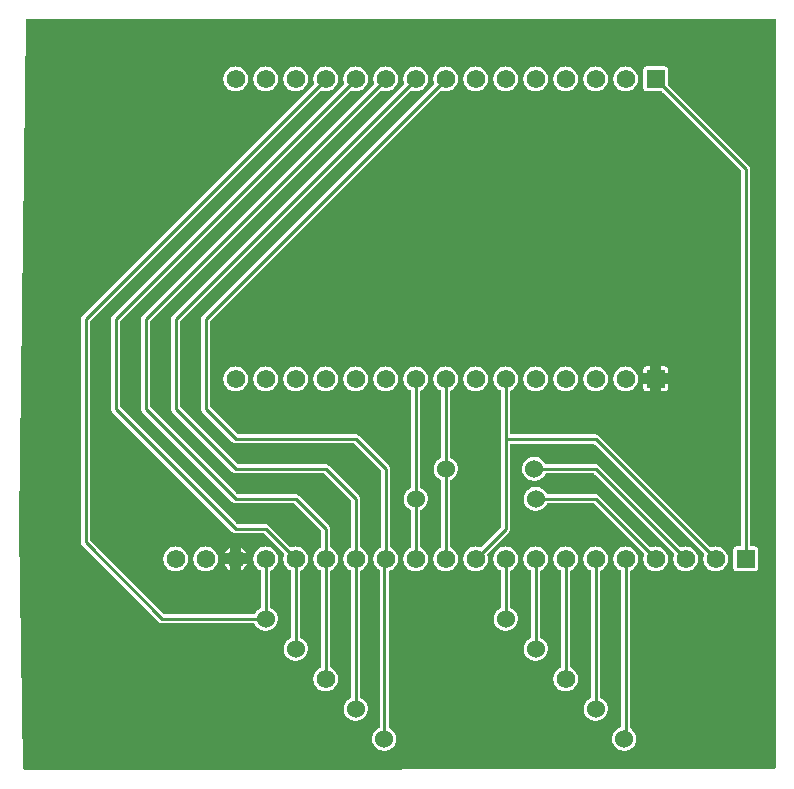
<source format=gtl>
G04 Layer: TopLayer*
G04 EasyEDA v6.5.22, 2023-03-23 22:40:55*
G04 3627553c056445a1abe21900e2fb236e,da1fd6cafd0d43568a8352192e737843,10*
G04 Gerber Generator version 0.2*
G04 Scale: 100 percent, Rotated: No, Reflected: No *
G04 Dimensions in inches *
G04 leading zeros omitted , absolute positions ,3 integer and 6 decimal *
%FSLAX36Y36*%
%MOIN*%

%ADD10C,0.0100*%
%ADD11C,0.0620*%
%ADD12R,0.0620X0.0620*%
%ADD13C,0.0600*%

%LPD*%
G36*
X2496440Y495000D02*
G01*
X2494920Y495300D01*
X2493620Y496160D01*
X2492760Y497420D01*
X2492420Y498940D01*
X2477500Y1305060D01*
X2499940Y2996060D01*
X2500260Y2997559D01*
X2501140Y2998840D01*
X2502420Y2999700D01*
X2503940Y3000000D01*
X4996000Y3000000D01*
X4997540Y2999700D01*
X4998820Y2998820D01*
X4999700Y2997540D01*
X5000000Y2996000D01*
X5000000Y504000D01*
X4999700Y502460D01*
X4998840Y501160D01*
X4997540Y500300D01*
X4996000Y500000D01*
G37*

%LPC*%
G36*
X4495000Y559800D02*
G01*
X4500360Y560160D01*
X4505620Y561240D01*
X4510700Y563000D01*
X4515480Y565420D01*
X4519900Y568460D01*
X4523900Y572060D01*
X4527360Y576160D01*
X4530240Y580680D01*
X4532500Y585560D01*
X4534100Y590680D01*
X4534980Y595980D01*
X4535160Y601340D01*
X4534640Y606680D01*
X4533380Y611900D01*
X4531460Y616920D01*
X4528880Y621620D01*
X4525700Y625940D01*
X4521960Y629800D01*
X4516120Y634380D01*
X4515440Y635560D01*
X4515200Y636920D01*
X4515200Y1158760D01*
X4515480Y1160200D01*
X4516260Y1161460D01*
X4517440Y1162340D01*
X4520600Y1163900D01*
X4525080Y1166900D01*
X4529120Y1170460D01*
X4532680Y1174500D01*
X4535680Y1178980D01*
X4538060Y1183820D01*
X4539780Y1188920D01*
X4540840Y1194200D01*
X4541200Y1199580D01*
X4540840Y1204960D01*
X4539780Y1210240D01*
X4538060Y1215340D01*
X4535680Y1220180D01*
X4532680Y1224660D01*
X4529120Y1228700D01*
X4525080Y1232260D01*
X4520600Y1235260D01*
X4515760Y1237640D01*
X4510660Y1239360D01*
X4505380Y1240420D01*
X4500000Y1240780D01*
X4494620Y1240420D01*
X4489340Y1239360D01*
X4484240Y1237640D01*
X4479400Y1235260D01*
X4474920Y1232260D01*
X4470880Y1228700D01*
X4467320Y1224660D01*
X4464320Y1220180D01*
X4461940Y1215340D01*
X4460220Y1210240D01*
X4459160Y1204960D01*
X4458800Y1199580D01*
X4459160Y1194200D01*
X4460220Y1188920D01*
X4461940Y1183820D01*
X4464320Y1178980D01*
X4467320Y1174500D01*
X4470880Y1170460D01*
X4474920Y1166900D01*
X4479400Y1163900D01*
X4482580Y1162340D01*
X4483760Y1161460D01*
X4484520Y1160200D01*
X4484800Y1158760D01*
X4484800Y641840D01*
X4484420Y640160D01*
X4483380Y638780D01*
X4481820Y637960D01*
X4476880Y635880D01*
X4472260Y633140D01*
X4468040Y629800D01*
X4464300Y625940D01*
X4461120Y621620D01*
X4458540Y616920D01*
X4456620Y611900D01*
X4455360Y606680D01*
X4454840Y601340D01*
X4455020Y595980D01*
X4455900Y590680D01*
X4457500Y585560D01*
X4459760Y580680D01*
X4462640Y576160D01*
X4466100Y572060D01*
X4470100Y568460D01*
X4474520Y565420D01*
X4479300Y563000D01*
X4484380Y561240D01*
X4489640Y560160D01*
G37*
G36*
X3695000Y559800D02*
G01*
X3700360Y560160D01*
X3705620Y561240D01*
X3710700Y563000D01*
X3715480Y565420D01*
X3719900Y568460D01*
X3723900Y572060D01*
X3727360Y576160D01*
X3730240Y580680D01*
X3732500Y585560D01*
X3734100Y590680D01*
X3734980Y595980D01*
X3735160Y601340D01*
X3734640Y606680D01*
X3733380Y611900D01*
X3731460Y616920D01*
X3728880Y621620D01*
X3725700Y625940D01*
X3721960Y629800D01*
X3717740Y633140D01*
X3711360Y636940D01*
X3710500Y638240D01*
X3710200Y639760D01*
X3710200Y1156760D01*
X3710539Y1158380D01*
X3711500Y1159720D01*
X3712919Y1160560D01*
X3715760Y1161520D01*
X3720600Y1163900D01*
X3725080Y1166900D01*
X3729120Y1170460D01*
X3732679Y1174500D01*
X3735680Y1178980D01*
X3738060Y1183820D01*
X3739780Y1188920D01*
X3740840Y1194200D01*
X3741200Y1199580D01*
X3740840Y1204960D01*
X3739780Y1210240D01*
X3738060Y1215340D01*
X3735680Y1220180D01*
X3732679Y1224660D01*
X3729120Y1228700D01*
X3725080Y1232260D01*
X3720600Y1235260D01*
X3717440Y1236820D01*
X3716259Y1237700D01*
X3715480Y1238960D01*
X3715200Y1240400D01*
X3715200Y1499800D01*
X3714880Y1502960D01*
X3714020Y1505800D01*
X3712620Y1508440D01*
X3710600Y1510880D01*
X3610880Y1610600D01*
X3608440Y1612620D01*
X3605800Y1614019D01*
X3602960Y1614880D01*
X3599800Y1615200D01*
X3207960Y1615200D01*
X3206420Y1615500D01*
X3205120Y1616380D01*
X3116380Y1705120D01*
X3115500Y1706420D01*
X3115200Y1707960D01*
X3115200Y1991639D01*
X3115500Y1993180D01*
X3116380Y1994480D01*
X3881860Y2759980D01*
X3883080Y2760800D01*
X3884520Y2761139D01*
X3885980Y2760940D01*
X3889340Y2759800D01*
X3894620Y2758740D01*
X3900000Y2758380D01*
X3905380Y2758740D01*
X3910659Y2759800D01*
X3915760Y2761520D01*
X3920600Y2763900D01*
X3925080Y2766900D01*
X3929120Y2770460D01*
X3932679Y2774500D01*
X3935680Y2778980D01*
X3938060Y2783820D01*
X3939780Y2788920D01*
X3940840Y2794200D01*
X3941200Y2799580D01*
X3940840Y2804960D01*
X3939780Y2810240D01*
X3938060Y2815340D01*
X3935680Y2820179D01*
X3932679Y2824660D01*
X3929120Y2828700D01*
X3925080Y2832260D01*
X3920600Y2835260D01*
X3915760Y2837640D01*
X3910659Y2839360D01*
X3905380Y2840419D01*
X3900000Y2840779D01*
X3894620Y2840419D01*
X3889340Y2839360D01*
X3884240Y2837640D01*
X3879400Y2835260D01*
X3874920Y2832260D01*
X3870880Y2828700D01*
X3867320Y2824660D01*
X3864320Y2820179D01*
X3861940Y2815340D01*
X3860220Y2810240D01*
X3859160Y2804960D01*
X3858800Y2799580D01*
X3859160Y2794200D01*
X3860220Y2788920D01*
X3861340Y2785600D01*
X3861540Y2784140D01*
X3861220Y2782700D01*
X3860380Y2781480D01*
X3089400Y2010480D01*
X3087380Y2008040D01*
X3085980Y2005400D01*
X3085120Y2002560D01*
X3084800Y1999400D01*
X3084800Y1700200D01*
X3085120Y1697040D01*
X3085980Y1694199D01*
X3087380Y1691560D01*
X3089400Y1689120D01*
X3189120Y1589400D01*
X3191560Y1587380D01*
X3194200Y1585980D01*
X3197040Y1585120D01*
X3200200Y1584800D01*
X3592040Y1584800D01*
X3593580Y1584500D01*
X3594880Y1583620D01*
X3683620Y1494880D01*
X3684500Y1493580D01*
X3684800Y1492040D01*
X3684800Y1240400D01*
X3684520Y1238960D01*
X3683740Y1237700D01*
X3682559Y1236820D01*
X3679400Y1235260D01*
X3674920Y1232260D01*
X3670880Y1228700D01*
X3667320Y1224660D01*
X3664320Y1220180D01*
X3661940Y1215340D01*
X3660220Y1210240D01*
X3659160Y1204960D01*
X3658800Y1199580D01*
X3659160Y1194200D01*
X3660220Y1188920D01*
X3661940Y1183820D01*
X3664320Y1178980D01*
X3667320Y1174500D01*
X3670880Y1170460D01*
X3674920Y1166900D01*
X3678020Y1164820D01*
X3678980Y1163940D01*
X3679580Y1162780D01*
X3679800Y1161500D01*
X3679800Y639760D01*
X3679500Y638240D01*
X3678639Y636940D01*
X3672260Y633140D01*
X3668039Y629800D01*
X3664300Y625940D01*
X3661120Y621620D01*
X3658540Y616920D01*
X3656620Y611900D01*
X3655360Y606680D01*
X3654840Y601340D01*
X3655020Y595980D01*
X3655899Y590680D01*
X3657500Y585560D01*
X3659760Y580680D01*
X3662640Y576160D01*
X3666100Y572060D01*
X3670100Y568460D01*
X3674520Y565420D01*
X3679300Y563000D01*
X3684380Y561240D01*
X3689640Y560160D01*
G37*
G36*
X4400000Y659800D02*
G01*
X4405360Y660160D01*
X4410620Y661240D01*
X4415700Y663000D01*
X4420480Y665420D01*
X4424900Y668460D01*
X4428900Y672060D01*
X4432360Y676160D01*
X4435240Y680680D01*
X4437500Y685560D01*
X4439100Y690680D01*
X4439980Y695980D01*
X4440160Y701340D01*
X4439640Y706680D01*
X4438380Y711900D01*
X4436460Y716919D01*
X4433880Y721620D01*
X4430700Y725939D01*
X4426960Y729800D01*
X4422740Y733139D01*
X4416360Y736940D01*
X4415500Y738240D01*
X4415200Y739760D01*
X4415200Y1158760D01*
X4415480Y1160200D01*
X4416260Y1161460D01*
X4417440Y1162340D01*
X4420600Y1163900D01*
X4425080Y1166900D01*
X4429120Y1170460D01*
X4432680Y1174500D01*
X4435680Y1178980D01*
X4438060Y1183820D01*
X4439780Y1188920D01*
X4440840Y1194200D01*
X4441200Y1199580D01*
X4440840Y1204960D01*
X4439780Y1210240D01*
X4438060Y1215340D01*
X4435680Y1220180D01*
X4432680Y1224660D01*
X4429120Y1228700D01*
X4425080Y1232260D01*
X4420600Y1235260D01*
X4415760Y1237640D01*
X4410660Y1239360D01*
X4405380Y1240420D01*
X4400000Y1240780D01*
X4394620Y1240420D01*
X4389340Y1239360D01*
X4384240Y1237640D01*
X4379400Y1235260D01*
X4374920Y1232260D01*
X4370880Y1228700D01*
X4367320Y1224660D01*
X4364320Y1220180D01*
X4361940Y1215340D01*
X4360220Y1210240D01*
X4359160Y1204960D01*
X4358800Y1199580D01*
X4359160Y1194200D01*
X4360220Y1188920D01*
X4361940Y1183820D01*
X4364320Y1178980D01*
X4367320Y1174500D01*
X4370880Y1170460D01*
X4374920Y1166900D01*
X4379400Y1163900D01*
X4382580Y1162340D01*
X4383760Y1161460D01*
X4384520Y1160200D01*
X4384800Y1158760D01*
X4384800Y739760D01*
X4384500Y738240D01*
X4383640Y736940D01*
X4377260Y733139D01*
X4373040Y729800D01*
X4369300Y725939D01*
X4366120Y721620D01*
X4363540Y716919D01*
X4361620Y711900D01*
X4360360Y706680D01*
X4359840Y701340D01*
X4360020Y695980D01*
X4360900Y690680D01*
X4362500Y685560D01*
X4364760Y680680D01*
X4367640Y676160D01*
X4371100Y672060D01*
X4375100Y668460D01*
X4379520Y665420D01*
X4384300Y663000D01*
X4389380Y661240D01*
X4394640Y660160D01*
G37*
G36*
X3600000Y659800D02*
G01*
X3605360Y660160D01*
X3610620Y661240D01*
X3615700Y663000D01*
X3620480Y665420D01*
X3624900Y668460D01*
X3628900Y672060D01*
X3632360Y676160D01*
X3635240Y680680D01*
X3637500Y685560D01*
X3639100Y690680D01*
X3639980Y695980D01*
X3640160Y701340D01*
X3639640Y706680D01*
X3638380Y711900D01*
X3636460Y716919D01*
X3633880Y721620D01*
X3630700Y725939D01*
X3626960Y729800D01*
X3622740Y733139D01*
X3616360Y736940D01*
X3615500Y738240D01*
X3615200Y739760D01*
X3615200Y1158760D01*
X3615480Y1160200D01*
X3616259Y1161460D01*
X3617440Y1162340D01*
X3620600Y1163900D01*
X3625080Y1166900D01*
X3629120Y1170460D01*
X3632679Y1174500D01*
X3635680Y1178980D01*
X3638060Y1183820D01*
X3639780Y1188920D01*
X3640840Y1194200D01*
X3641200Y1199580D01*
X3640840Y1204960D01*
X3639780Y1210240D01*
X3638060Y1215340D01*
X3635680Y1220180D01*
X3632679Y1224660D01*
X3629120Y1228700D01*
X3625080Y1232260D01*
X3620600Y1235260D01*
X3617440Y1236820D01*
X3616259Y1237700D01*
X3615480Y1238960D01*
X3615200Y1240400D01*
X3615200Y1399800D01*
X3614880Y1402960D01*
X3614020Y1405800D01*
X3612620Y1408440D01*
X3610600Y1410880D01*
X3510880Y1510600D01*
X3508440Y1512620D01*
X3505800Y1514019D01*
X3502960Y1514880D01*
X3499800Y1515200D01*
X3207960Y1515200D01*
X3206420Y1515500D01*
X3205120Y1516380D01*
X3016380Y1705120D01*
X3015500Y1706420D01*
X3015200Y1707960D01*
X3015200Y1991639D01*
X3015500Y1993180D01*
X3016380Y1994480D01*
X3781860Y2759980D01*
X3783080Y2760800D01*
X3784520Y2761139D01*
X3785980Y2760940D01*
X3789340Y2759800D01*
X3794620Y2758740D01*
X3800000Y2758380D01*
X3805380Y2758740D01*
X3810659Y2759800D01*
X3815760Y2761520D01*
X3820600Y2763900D01*
X3825080Y2766900D01*
X3829120Y2770460D01*
X3832679Y2774500D01*
X3835680Y2778980D01*
X3838060Y2783820D01*
X3839780Y2788920D01*
X3840840Y2794200D01*
X3841200Y2799580D01*
X3840840Y2804960D01*
X3839780Y2810240D01*
X3838060Y2815340D01*
X3835680Y2820179D01*
X3832679Y2824660D01*
X3829120Y2828700D01*
X3825080Y2832260D01*
X3820600Y2835260D01*
X3815760Y2837640D01*
X3810659Y2839360D01*
X3805380Y2840419D01*
X3800000Y2840779D01*
X3794620Y2840419D01*
X3789340Y2839360D01*
X3784240Y2837640D01*
X3779400Y2835260D01*
X3774920Y2832260D01*
X3770880Y2828700D01*
X3767320Y2824660D01*
X3764320Y2820179D01*
X3761940Y2815340D01*
X3760220Y2810240D01*
X3759160Y2804960D01*
X3758800Y2799580D01*
X3759160Y2794200D01*
X3760220Y2788920D01*
X3761340Y2785600D01*
X3761540Y2784140D01*
X3761220Y2782700D01*
X3760380Y2781480D01*
X2989400Y2010480D01*
X2987380Y2008040D01*
X2985980Y2005400D01*
X2985120Y2002560D01*
X2984800Y1999400D01*
X2984800Y1700200D01*
X2985120Y1697040D01*
X2985980Y1694199D01*
X2987380Y1691560D01*
X2989400Y1689120D01*
X3189120Y1489400D01*
X3191560Y1487380D01*
X3194200Y1485980D01*
X3197040Y1485120D01*
X3200200Y1484800D01*
X3492040Y1484800D01*
X3493580Y1484500D01*
X3494880Y1483620D01*
X3583620Y1394880D01*
X3584500Y1393580D01*
X3584800Y1392040D01*
X3584800Y1240400D01*
X3584520Y1238960D01*
X3583740Y1237700D01*
X3582559Y1236820D01*
X3579400Y1235260D01*
X3574920Y1232260D01*
X3570880Y1228700D01*
X3567320Y1224660D01*
X3564320Y1220180D01*
X3561940Y1215340D01*
X3560220Y1210240D01*
X3559160Y1204960D01*
X3558800Y1199580D01*
X3559160Y1194200D01*
X3560220Y1188920D01*
X3561940Y1183820D01*
X3564320Y1178980D01*
X3567320Y1174500D01*
X3570880Y1170460D01*
X3574920Y1166900D01*
X3579400Y1163900D01*
X3582580Y1162340D01*
X3583759Y1161460D01*
X3584520Y1160200D01*
X3584800Y1158760D01*
X3584800Y739760D01*
X3584500Y738240D01*
X3583639Y736940D01*
X3577260Y733139D01*
X3573039Y729800D01*
X3569300Y725939D01*
X3566120Y721620D01*
X3563540Y716919D01*
X3561620Y711900D01*
X3560360Y706680D01*
X3559840Y701340D01*
X3560020Y695980D01*
X3560899Y690680D01*
X3562500Y685560D01*
X3564760Y680680D01*
X3567640Y676160D01*
X3571100Y672060D01*
X3575100Y668460D01*
X3579520Y665420D01*
X3584300Y663000D01*
X3589380Y661240D01*
X3594640Y660160D01*
G37*
G36*
X4300000Y758379D02*
G01*
X4305380Y758740D01*
X4310660Y759800D01*
X4315760Y761520D01*
X4320600Y763900D01*
X4325080Y766900D01*
X4329120Y770460D01*
X4332680Y774500D01*
X4335680Y778980D01*
X4338060Y783820D01*
X4339780Y788920D01*
X4340840Y794200D01*
X4341200Y799580D01*
X4340840Y804960D01*
X4339780Y810240D01*
X4338060Y815340D01*
X4335680Y820180D01*
X4332680Y824659D01*
X4329120Y828700D01*
X4325080Y832260D01*
X4320600Y835260D01*
X4317440Y836820D01*
X4316260Y837700D01*
X4315480Y838960D01*
X4315200Y840400D01*
X4315200Y1158760D01*
X4315480Y1160200D01*
X4316260Y1161460D01*
X4317440Y1162340D01*
X4320600Y1163900D01*
X4325080Y1166900D01*
X4329120Y1170460D01*
X4332680Y1174500D01*
X4335680Y1178980D01*
X4338060Y1183820D01*
X4339780Y1188920D01*
X4340840Y1194200D01*
X4341200Y1199580D01*
X4340840Y1204960D01*
X4339780Y1210240D01*
X4338060Y1215340D01*
X4335680Y1220180D01*
X4332680Y1224660D01*
X4329120Y1228700D01*
X4325080Y1232260D01*
X4320600Y1235260D01*
X4315760Y1237640D01*
X4310660Y1239360D01*
X4305380Y1240420D01*
X4300000Y1240780D01*
X4294620Y1240420D01*
X4289340Y1239360D01*
X4284240Y1237640D01*
X4279400Y1235260D01*
X4274920Y1232260D01*
X4270880Y1228700D01*
X4267320Y1224660D01*
X4264320Y1220180D01*
X4261940Y1215340D01*
X4260220Y1210240D01*
X4259160Y1204960D01*
X4258800Y1199580D01*
X4259160Y1194200D01*
X4260220Y1188920D01*
X4261940Y1183820D01*
X4264320Y1178980D01*
X4267320Y1174500D01*
X4270880Y1170460D01*
X4274920Y1166900D01*
X4279400Y1163900D01*
X4282580Y1162340D01*
X4283760Y1161460D01*
X4284520Y1160200D01*
X4284800Y1158760D01*
X4284800Y840400D01*
X4284520Y838960D01*
X4283760Y837700D01*
X4282580Y836820D01*
X4279400Y835260D01*
X4274920Y832260D01*
X4270880Y828700D01*
X4267320Y824659D01*
X4264320Y820180D01*
X4261940Y815340D01*
X4260220Y810240D01*
X4259160Y804960D01*
X4258800Y799580D01*
X4259160Y794200D01*
X4260220Y788920D01*
X4261940Y783820D01*
X4264320Y778980D01*
X4267320Y774500D01*
X4270880Y770460D01*
X4274920Y766900D01*
X4279400Y763900D01*
X4284240Y761520D01*
X4289340Y759800D01*
X4294620Y758740D01*
G37*
G36*
X3500000Y758379D02*
G01*
X3505380Y758740D01*
X3510659Y759800D01*
X3515760Y761520D01*
X3520600Y763900D01*
X3525080Y766900D01*
X3529120Y770460D01*
X3532679Y774500D01*
X3535680Y778980D01*
X3538060Y783820D01*
X3539780Y788920D01*
X3540840Y794200D01*
X3541200Y799580D01*
X3540840Y804960D01*
X3539780Y810240D01*
X3538060Y815340D01*
X3535680Y820180D01*
X3532679Y824659D01*
X3529120Y828700D01*
X3525080Y832260D01*
X3520600Y835260D01*
X3517440Y836820D01*
X3516259Y837700D01*
X3515480Y838960D01*
X3515200Y840400D01*
X3515200Y1158760D01*
X3515480Y1160200D01*
X3516259Y1161460D01*
X3517440Y1162340D01*
X3520600Y1163900D01*
X3525080Y1166900D01*
X3529120Y1170460D01*
X3532679Y1174500D01*
X3535680Y1178980D01*
X3538060Y1183820D01*
X3539780Y1188920D01*
X3540840Y1194200D01*
X3541200Y1199580D01*
X3540840Y1204960D01*
X3539780Y1210240D01*
X3538060Y1215340D01*
X3535680Y1220180D01*
X3532679Y1224660D01*
X3529120Y1228700D01*
X3525080Y1232260D01*
X3520600Y1235260D01*
X3517440Y1236820D01*
X3516259Y1237700D01*
X3515480Y1238960D01*
X3515200Y1240400D01*
X3515200Y1299800D01*
X3514880Y1302960D01*
X3514020Y1305800D01*
X3512620Y1308440D01*
X3510600Y1310880D01*
X3410880Y1410600D01*
X3408440Y1412620D01*
X3405800Y1414019D01*
X3402960Y1414880D01*
X3399800Y1415200D01*
X3207960Y1415200D01*
X3206420Y1415500D01*
X3205120Y1416380D01*
X2916380Y1705120D01*
X2915500Y1706420D01*
X2915200Y1707960D01*
X2915200Y1991639D01*
X2915500Y1993180D01*
X2916380Y1994480D01*
X3681860Y2759980D01*
X3683080Y2760800D01*
X3684520Y2761139D01*
X3685980Y2760940D01*
X3689340Y2759800D01*
X3694620Y2758740D01*
X3700000Y2758380D01*
X3705380Y2758740D01*
X3710659Y2759800D01*
X3715760Y2761520D01*
X3720600Y2763900D01*
X3725080Y2766900D01*
X3729120Y2770460D01*
X3732679Y2774500D01*
X3735680Y2778980D01*
X3738060Y2783820D01*
X3739780Y2788920D01*
X3740840Y2794200D01*
X3741200Y2799580D01*
X3740840Y2804960D01*
X3739780Y2810240D01*
X3738060Y2815340D01*
X3735680Y2820179D01*
X3732679Y2824660D01*
X3729120Y2828700D01*
X3725080Y2832260D01*
X3720600Y2835260D01*
X3715760Y2837640D01*
X3710659Y2839360D01*
X3705380Y2840419D01*
X3700000Y2840779D01*
X3694620Y2840419D01*
X3689340Y2839360D01*
X3684240Y2837640D01*
X3679400Y2835260D01*
X3674920Y2832260D01*
X3670880Y2828700D01*
X3667320Y2824660D01*
X3664320Y2820179D01*
X3661940Y2815340D01*
X3660220Y2810240D01*
X3659160Y2804960D01*
X3658800Y2799580D01*
X3659160Y2794200D01*
X3660220Y2788920D01*
X3661340Y2785600D01*
X3661540Y2784140D01*
X3661220Y2782700D01*
X3660380Y2781480D01*
X2889400Y2010480D01*
X2887380Y2008040D01*
X2885980Y2005400D01*
X2885120Y2002560D01*
X2884800Y1999400D01*
X2884800Y1700200D01*
X2885120Y1697040D01*
X2885980Y1694199D01*
X2887380Y1691560D01*
X2889400Y1689120D01*
X3189120Y1389400D01*
X3191560Y1387380D01*
X3194200Y1385980D01*
X3197040Y1385120D01*
X3200200Y1384800D01*
X3392040Y1384800D01*
X3393580Y1384500D01*
X3394880Y1383620D01*
X3483620Y1294880D01*
X3484500Y1293580D01*
X3484800Y1292040D01*
X3484800Y1240400D01*
X3484520Y1238960D01*
X3483740Y1237700D01*
X3482559Y1236820D01*
X3479400Y1235260D01*
X3474920Y1232260D01*
X3470880Y1228700D01*
X3467320Y1224660D01*
X3464320Y1220180D01*
X3461940Y1215340D01*
X3460220Y1210240D01*
X3459160Y1204960D01*
X3458800Y1199580D01*
X3459160Y1194200D01*
X3460220Y1188920D01*
X3461940Y1183820D01*
X3464320Y1178980D01*
X3467320Y1174500D01*
X3470880Y1170460D01*
X3474920Y1166900D01*
X3479400Y1163900D01*
X3482580Y1162340D01*
X3483759Y1161460D01*
X3484520Y1160200D01*
X3484800Y1158760D01*
X3484800Y840400D01*
X3484520Y838960D01*
X3483759Y837700D01*
X3482580Y836820D01*
X3479400Y835260D01*
X3474920Y832260D01*
X3470880Y828700D01*
X3467320Y824659D01*
X3464320Y820180D01*
X3461940Y815340D01*
X3460220Y810240D01*
X3459160Y804960D01*
X3458800Y799580D01*
X3459160Y794200D01*
X3460220Y788920D01*
X3461940Y783820D01*
X3464320Y778980D01*
X3467320Y774500D01*
X3470880Y770460D01*
X3474920Y766900D01*
X3479400Y763900D01*
X3484240Y761520D01*
X3489340Y759800D01*
X3494620Y758740D01*
G37*
G36*
X4200000Y859380D02*
G01*
X4205360Y859740D01*
X4210620Y860819D01*
X4215700Y862580D01*
X4220480Y865000D01*
X4224900Y868040D01*
X4228900Y871640D01*
X4232360Y875740D01*
X4235240Y880260D01*
X4237500Y885140D01*
X4239100Y890260D01*
X4239980Y895560D01*
X4240160Y900920D01*
X4239640Y906260D01*
X4238380Y911480D01*
X4236460Y916500D01*
X4233880Y921200D01*
X4230700Y925520D01*
X4226960Y929380D01*
X4222740Y932720D01*
X4216360Y936520D01*
X4215500Y937820D01*
X4215200Y939340D01*
X4215200Y1158760D01*
X4215480Y1160200D01*
X4216260Y1161460D01*
X4217440Y1162340D01*
X4220600Y1163900D01*
X4225080Y1166900D01*
X4229120Y1170460D01*
X4232680Y1174500D01*
X4235680Y1178980D01*
X4238060Y1183820D01*
X4239780Y1188920D01*
X4240840Y1194200D01*
X4241200Y1199580D01*
X4240840Y1204960D01*
X4239780Y1210240D01*
X4238060Y1215340D01*
X4235680Y1220180D01*
X4232680Y1224660D01*
X4229120Y1228700D01*
X4225080Y1232260D01*
X4220600Y1235260D01*
X4215760Y1237640D01*
X4210660Y1239360D01*
X4205380Y1240420D01*
X4200000Y1240780D01*
X4194620Y1240420D01*
X4189340Y1239360D01*
X4184240Y1237640D01*
X4179400Y1235260D01*
X4174920Y1232260D01*
X4170880Y1228700D01*
X4167320Y1224660D01*
X4164320Y1220180D01*
X4161940Y1215340D01*
X4160220Y1210240D01*
X4159160Y1204960D01*
X4158800Y1199580D01*
X4159160Y1194200D01*
X4160220Y1188920D01*
X4161940Y1183820D01*
X4164320Y1178980D01*
X4167320Y1174500D01*
X4170880Y1170460D01*
X4174920Y1166900D01*
X4179400Y1163900D01*
X4182580Y1162340D01*
X4183759Y1161460D01*
X4184520Y1160200D01*
X4184800Y1158760D01*
X4184800Y939340D01*
X4184500Y937820D01*
X4183639Y936520D01*
X4177260Y932720D01*
X4173039Y929380D01*
X4169300Y925520D01*
X4166120Y921200D01*
X4163540Y916500D01*
X4161620Y911480D01*
X4160360Y906260D01*
X4159840Y900920D01*
X4160020Y895560D01*
X4160899Y890260D01*
X4162500Y885140D01*
X4164760Y880260D01*
X4167640Y875740D01*
X4171100Y871640D01*
X4175100Y868040D01*
X4179520Y865000D01*
X4184300Y862580D01*
X4189380Y860819D01*
X4194640Y859740D01*
G37*
G36*
X3400000Y859380D02*
G01*
X3405360Y859740D01*
X3410620Y860819D01*
X3415700Y862580D01*
X3420480Y865000D01*
X3424900Y868040D01*
X3428900Y871640D01*
X3432360Y875740D01*
X3435240Y880260D01*
X3437500Y885140D01*
X3439100Y890260D01*
X3439980Y895560D01*
X3440160Y900920D01*
X3439640Y906260D01*
X3438380Y911480D01*
X3436460Y916500D01*
X3433880Y921200D01*
X3430700Y925520D01*
X3426960Y929380D01*
X3422740Y932720D01*
X3416360Y936520D01*
X3415500Y937820D01*
X3415200Y939340D01*
X3415200Y1158760D01*
X3415480Y1160200D01*
X3416259Y1161460D01*
X3417440Y1162340D01*
X3420600Y1163900D01*
X3425080Y1166900D01*
X3429120Y1170460D01*
X3432679Y1174500D01*
X3435680Y1178980D01*
X3438060Y1183820D01*
X3439780Y1188920D01*
X3440840Y1194200D01*
X3441200Y1199580D01*
X3440840Y1204960D01*
X3439780Y1210240D01*
X3438060Y1215340D01*
X3435680Y1220180D01*
X3432679Y1224660D01*
X3429120Y1228700D01*
X3425080Y1232260D01*
X3420600Y1235260D01*
X3415760Y1237640D01*
X3410659Y1239360D01*
X3405380Y1240420D01*
X3400000Y1240780D01*
X3394620Y1240420D01*
X3389340Y1239360D01*
X3386019Y1238240D01*
X3384560Y1238040D01*
X3383120Y1238360D01*
X3381900Y1239200D01*
X3310480Y1310600D01*
X3308039Y1312620D01*
X3305400Y1314019D01*
X3302559Y1314880D01*
X3299400Y1315200D01*
X3207960Y1315200D01*
X3206420Y1315500D01*
X3205120Y1316380D01*
X2816380Y1705120D01*
X2815500Y1706420D01*
X2815200Y1707960D01*
X2815200Y1991639D01*
X2815500Y1993180D01*
X2816380Y1994480D01*
X3581860Y2759980D01*
X3583080Y2760800D01*
X3584520Y2761139D01*
X3585980Y2760940D01*
X3589340Y2759800D01*
X3594620Y2758740D01*
X3600000Y2758380D01*
X3605380Y2758740D01*
X3610659Y2759800D01*
X3615760Y2761520D01*
X3620600Y2763900D01*
X3625080Y2766900D01*
X3629120Y2770460D01*
X3632679Y2774500D01*
X3635680Y2778980D01*
X3638060Y2783820D01*
X3639780Y2788920D01*
X3640840Y2794200D01*
X3641200Y2799580D01*
X3640840Y2804960D01*
X3639780Y2810240D01*
X3638060Y2815340D01*
X3635680Y2820179D01*
X3632679Y2824660D01*
X3629120Y2828700D01*
X3625080Y2832260D01*
X3620600Y2835260D01*
X3615760Y2837640D01*
X3610659Y2839360D01*
X3605380Y2840419D01*
X3600000Y2840779D01*
X3594620Y2840419D01*
X3589340Y2839360D01*
X3584240Y2837640D01*
X3579400Y2835260D01*
X3574920Y2832260D01*
X3570880Y2828700D01*
X3567320Y2824660D01*
X3564320Y2820179D01*
X3561940Y2815340D01*
X3560220Y2810240D01*
X3559160Y2804960D01*
X3558800Y2799580D01*
X3559160Y2794200D01*
X3560220Y2788920D01*
X3561340Y2785600D01*
X3561540Y2784140D01*
X3561220Y2782700D01*
X3560380Y2781480D01*
X2789400Y2010480D01*
X2787380Y2008040D01*
X2785980Y2005400D01*
X2785120Y2002560D01*
X2784800Y1999400D01*
X2784800Y1700200D01*
X2785120Y1697040D01*
X2785980Y1694199D01*
X2787380Y1691560D01*
X2789400Y1689120D01*
X3189120Y1289400D01*
X3191560Y1287380D01*
X3194200Y1285980D01*
X3197040Y1285120D01*
X3200200Y1284800D01*
X3291640Y1284800D01*
X3293180Y1284500D01*
X3294480Y1283620D01*
X3360400Y1217720D01*
X3361220Y1216500D01*
X3361560Y1215060D01*
X3361360Y1213600D01*
X3360220Y1210240D01*
X3359160Y1204960D01*
X3358800Y1199580D01*
X3359160Y1194200D01*
X3360220Y1188920D01*
X3361940Y1183820D01*
X3364320Y1178980D01*
X3367320Y1174500D01*
X3370880Y1170460D01*
X3374920Y1166900D01*
X3379400Y1163900D01*
X3382580Y1162340D01*
X3383759Y1161460D01*
X3384520Y1160200D01*
X3384800Y1158760D01*
X3384800Y939340D01*
X3384500Y937820D01*
X3383639Y936520D01*
X3377260Y932720D01*
X3373039Y929380D01*
X3369300Y925520D01*
X3366120Y921200D01*
X3363540Y916500D01*
X3361620Y911480D01*
X3360360Y906260D01*
X3359840Y900920D01*
X3360020Y895560D01*
X3360899Y890260D01*
X3362500Y885140D01*
X3364760Y880260D01*
X3367640Y875740D01*
X3371100Y871640D01*
X3375100Y868040D01*
X3379520Y865000D01*
X3384300Y862580D01*
X3389380Y860819D01*
X3394640Y859740D01*
G37*
G36*
X4100000Y959380D02*
G01*
X4105360Y959740D01*
X4110620Y960819D01*
X4115700Y962580D01*
X4120480Y965000D01*
X4124900Y968040D01*
X4128900Y971640D01*
X4132360Y975740D01*
X4135240Y980260D01*
X4137500Y985140D01*
X4139100Y990260D01*
X4139980Y995560D01*
X4140160Y1000920D01*
X4139640Y1006260D01*
X4138380Y1011480D01*
X4136460Y1016500D01*
X4133880Y1021200D01*
X4130700Y1025520D01*
X4126960Y1029380D01*
X4122740Y1032720D01*
X4116360Y1036520D01*
X4115500Y1037820D01*
X4115200Y1039340D01*
X4115200Y1158760D01*
X4115480Y1160200D01*
X4116259Y1161460D01*
X4117440Y1162340D01*
X4120600Y1163900D01*
X4125080Y1166900D01*
X4129120Y1170460D01*
X4132679Y1174500D01*
X4135680Y1178980D01*
X4138060Y1183820D01*
X4139780Y1188920D01*
X4140840Y1194200D01*
X4141200Y1199580D01*
X4140840Y1204960D01*
X4139780Y1210240D01*
X4138060Y1215340D01*
X4135680Y1220180D01*
X4132679Y1224660D01*
X4129120Y1228700D01*
X4125080Y1232260D01*
X4120600Y1235260D01*
X4115760Y1237640D01*
X4110659Y1239360D01*
X4105380Y1240420D01*
X4100000Y1240780D01*
X4094620Y1240420D01*
X4089340Y1239360D01*
X4084240Y1237640D01*
X4079400Y1235260D01*
X4074920Y1232260D01*
X4070880Y1228700D01*
X4067320Y1224660D01*
X4064320Y1220180D01*
X4061940Y1215340D01*
X4060220Y1210240D01*
X4059160Y1204960D01*
X4058800Y1199580D01*
X4059160Y1194200D01*
X4060220Y1188920D01*
X4061940Y1183820D01*
X4064320Y1178980D01*
X4067320Y1174500D01*
X4070880Y1170460D01*
X4074920Y1166900D01*
X4079400Y1163900D01*
X4082580Y1162340D01*
X4083759Y1161460D01*
X4084520Y1160200D01*
X4084800Y1158760D01*
X4084800Y1039340D01*
X4084500Y1037820D01*
X4083639Y1036520D01*
X4077260Y1032720D01*
X4073039Y1029380D01*
X4069300Y1025520D01*
X4066120Y1021200D01*
X4063540Y1016500D01*
X4061620Y1011480D01*
X4060360Y1006260D01*
X4059840Y1000920D01*
X4060020Y995560D01*
X4060899Y990260D01*
X4062500Y985140D01*
X4064760Y980260D01*
X4067640Y975740D01*
X4071100Y971640D01*
X4075100Y968040D01*
X4079520Y965000D01*
X4084300Y962580D01*
X4089380Y960819D01*
X4094640Y959740D01*
G37*
G36*
X3300000Y959380D02*
G01*
X3305360Y959740D01*
X3310620Y960819D01*
X3315700Y962580D01*
X3320480Y965000D01*
X3324900Y968040D01*
X3328900Y971640D01*
X3332360Y975740D01*
X3335240Y980260D01*
X3337500Y985140D01*
X3339100Y990260D01*
X3339980Y995560D01*
X3340160Y1000920D01*
X3339640Y1006260D01*
X3338380Y1011480D01*
X3336460Y1016500D01*
X3333880Y1021200D01*
X3330700Y1025520D01*
X3326960Y1029380D01*
X3322740Y1032720D01*
X3316360Y1036520D01*
X3315500Y1037820D01*
X3315200Y1039340D01*
X3315200Y1158760D01*
X3315480Y1160200D01*
X3316259Y1161460D01*
X3317440Y1162340D01*
X3320600Y1163900D01*
X3325080Y1166900D01*
X3329120Y1170460D01*
X3332679Y1174500D01*
X3335680Y1178980D01*
X3338060Y1183820D01*
X3339780Y1188920D01*
X3340840Y1194200D01*
X3341200Y1199580D01*
X3340840Y1204960D01*
X3339780Y1210240D01*
X3338060Y1215340D01*
X3335680Y1220180D01*
X3332679Y1224660D01*
X3329120Y1228700D01*
X3325080Y1232260D01*
X3320600Y1235260D01*
X3315760Y1237640D01*
X3310659Y1239360D01*
X3305380Y1240420D01*
X3300000Y1240780D01*
X3294620Y1240420D01*
X3289340Y1239360D01*
X3284240Y1237640D01*
X3279400Y1235260D01*
X3274920Y1232260D01*
X3270880Y1228700D01*
X3267320Y1224660D01*
X3264320Y1220180D01*
X3261940Y1215340D01*
X3260220Y1210240D01*
X3259160Y1204960D01*
X3258800Y1199580D01*
X3259160Y1194200D01*
X3260220Y1188920D01*
X3261940Y1183820D01*
X3264320Y1178980D01*
X3267320Y1174500D01*
X3270880Y1170460D01*
X3274920Y1166900D01*
X3279400Y1163900D01*
X3282580Y1162340D01*
X3283759Y1161460D01*
X3284520Y1160200D01*
X3284800Y1158760D01*
X3284800Y1039340D01*
X3284500Y1037820D01*
X3283639Y1036520D01*
X3277260Y1032720D01*
X3273039Y1029380D01*
X3269300Y1025520D01*
X3266120Y1021200D01*
X3263759Y1016880D01*
X3262860Y1015780D01*
X3261640Y1015060D01*
X3260240Y1014800D01*
X2963360Y1014800D01*
X2961820Y1015100D01*
X2960520Y1015980D01*
X2716380Y1260120D01*
X2715500Y1261420D01*
X2715200Y1262960D01*
X2715200Y1991639D01*
X2715500Y1993180D01*
X2716380Y1994480D01*
X3481860Y2759980D01*
X3483080Y2760800D01*
X3484520Y2761139D01*
X3485980Y2760940D01*
X3489340Y2759800D01*
X3494620Y2758740D01*
X3500000Y2758380D01*
X3505380Y2758740D01*
X3510659Y2759800D01*
X3515760Y2761520D01*
X3520600Y2763900D01*
X3525080Y2766900D01*
X3529120Y2770460D01*
X3532679Y2774500D01*
X3535680Y2778980D01*
X3538060Y2783820D01*
X3539780Y2788920D01*
X3540840Y2794200D01*
X3541200Y2799580D01*
X3540840Y2804960D01*
X3539780Y2810240D01*
X3538060Y2815340D01*
X3535680Y2820179D01*
X3532679Y2824660D01*
X3529120Y2828700D01*
X3525080Y2832260D01*
X3520600Y2835260D01*
X3515760Y2837640D01*
X3510659Y2839360D01*
X3505380Y2840419D01*
X3500000Y2840779D01*
X3494620Y2840419D01*
X3489340Y2839360D01*
X3484240Y2837640D01*
X3479400Y2835260D01*
X3474920Y2832260D01*
X3470880Y2828700D01*
X3467320Y2824660D01*
X3464320Y2820179D01*
X3461940Y2815340D01*
X3460220Y2810240D01*
X3459160Y2804960D01*
X3458800Y2799580D01*
X3459160Y2794200D01*
X3460220Y2788920D01*
X3461340Y2785600D01*
X3461540Y2784140D01*
X3461220Y2782700D01*
X3460380Y2781480D01*
X2689400Y2010480D01*
X2687380Y2008040D01*
X2685980Y2005400D01*
X2685120Y2002560D01*
X2684800Y1999400D01*
X2684800Y1255200D01*
X2685120Y1252040D01*
X2685980Y1249200D01*
X2687380Y1246560D01*
X2689400Y1244120D01*
X2944520Y989000D01*
X2946960Y986979D01*
X2949600Y985580D01*
X2952440Y984720D01*
X2955600Y984400D01*
X3260280Y984400D01*
X3261760Y984120D01*
X3263039Y983300D01*
X3263920Y982080D01*
X3264760Y980260D01*
X3267640Y975740D01*
X3271100Y971640D01*
X3275100Y968040D01*
X3279520Y965000D01*
X3284300Y962580D01*
X3289380Y960819D01*
X3294640Y959740D01*
G37*
G36*
X3000000Y1158380D02*
G01*
X3005380Y1158740D01*
X3010659Y1159800D01*
X3015760Y1161520D01*
X3020600Y1163900D01*
X3025080Y1166900D01*
X3029120Y1170460D01*
X3032679Y1174500D01*
X3035680Y1178980D01*
X3038060Y1183820D01*
X3039780Y1188920D01*
X3040840Y1194200D01*
X3041200Y1199580D01*
X3040840Y1204960D01*
X3039780Y1210240D01*
X3038060Y1215340D01*
X3035680Y1220180D01*
X3032679Y1224660D01*
X3029120Y1228700D01*
X3025080Y1232260D01*
X3020600Y1235260D01*
X3015760Y1237640D01*
X3010659Y1239360D01*
X3005380Y1240420D01*
X3000000Y1240780D01*
X2994620Y1240420D01*
X2989340Y1239360D01*
X2984240Y1237640D01*
X2979400Y1235260D01*
X2974920Y1232260D01*
X2970880Y1228700D01*
X2967320Y1224660D01*
X2964320Y1220180D01*
X2961940Y1215340D01*
X2960220Y1210240D01*
X2959160Y1204960D01*
X2958800Y1199580D01*
X2959160Y1194200D01*
X2960220Y1188920D01*
X2961940Y1183820D01*
X2964320Y1178980D01*
X2967320Y1174500D01*
X2970880Y1170460D01*
X2974920Y1166900D01*
X2979400Y1163900D01*
X2984240Y1161520D01*
X2989340Y1159800D01*
X2994620Y1158740D01*
G37*
G36*
X3100000Y1158380D02*
G01*
X3105380Y1158740D01*
X3110659Y1159800D01*
X3115760Y1161520D01*
X3120600Y1163900D01*
X3125080Y1166900D01*
X3129120Y1170460D01*
X3132679Y1174500D01*
X3135680Y1178980D01*
X3138060Y1183820D01*
X3139780Y1188920D01*
X3140840Y1194200D01*
X3141200Y1199580D01*
X3140840Y1204960D01*
X3139780Y1210240D01*
X3138060Y1215340D01*
X3135680Y1220180D01*
X3132679Y1224660D01*
X3129120Y1228700D01*
X3125080Y1232260D01*
X3120600Y1235260D01*
X3115760Y1237640D01*
X3110659Y1239360D01*
X3105380Y1240420D01*
X3100000Y1240780D01*
X3094620Y1240420D01*
X3089340Y1239360D01*
X3084240Y1237640D01*
X3079400Y1235260D01*
X3074920Y1232260D01*
X3070880Y1228700D01*
X3067320Y1224660D01*
X3064320Y1220180D01*
X3061940Y1215340D01*
X3060220Y1210240D01*
X3059160Y1204960D01*
X3058800Y1199580D01*
X3059160Y1194200D01*
X3060220Y1188920D01*
X3061940Y1183820D01*
X3064320Y1178980D01*
X3067320Y1174500D01*
X3070880Y1170460D01*
X3074920Y1166900D01*
X3079400Y1163900D01*
X3084240Y1161520D01*
X3089340Y1159800D01*
X3094620Y1158740D01*
G37*
G36*
X3800000Y1158380D02*
G01*
X3805380Y1158740D01*
X3810659Y1159800D01*
X3815760Y1161520D01*
X3820600Y1163900D01*
X3825080Y1166900D01*
X3829120Y1170460D01*
X3832679Y1174500D01*
X3835680Y1178980D01*
X3838060Y1183820D01*
X3839780Y1188920D01*
X3840840Y1194200D01*
X3841200Y1199580D01*
X3840840Y1204960D01*
X3839780Y1210240D01*
X3838060Y1215340D01*
X3835680Y1220180D01*
X3832679Y1224660D01*
X3829120Y1228700D01*
X3825080Y1232260D01*
X3820600Y1235260D01*
X3817440Y1236820D01*
X3816259Y1237700D01*
X3815480Y1238960D01*
X3815200Y1240400D01*
X3815200Y1359880D01*
X3815460Y1361300D01*
X3816240Y1362560D01*
X3817400Y1363440D01*
X3820480Y1365000D01*
X3824900Y1368040D01*
X3828900Y1371639D01*
X3832360Y1375740D01*
X3835240Y1380260D01*
X3837500Y1385140D01*
X3839100Y1390260D01*
X3839980Y1395560D01*
X3840160Y1400920D01*
X3839640Y1406260D01*
X3838380Y1411480D01*
X3836460Y1416500D01*
X3833880Y1421200D01*
X3830700Y1425520D01*
X3826960Y1429379D01*
X3822740Y1432720D01*
X3816360Y1436519D01*
X3815500Y1437820D01*
X3815200Y1439340D01*
X3815200Y1758760D01*
X3815480Y1760200D01*
X3816259Y1761459D01*
X3817440Y1762340D01*
X3820600Y1763899D01*
X3825080Y1766900D01*
X3829120Y1770460D01*
X3832679Y1774500D01*
X3835680Y1778980D01*
X3838060Y1783820D01*
X3839780Y1788920D01*
X3840840Y1794199D01*
X3841200Y1799580D01*
X3840840Y1804960D01*
X3839780Y1810240D01*
X3838060Y1815340D01*
X3835680Y1820180D01*
X3832679Y1824660D01*
X3829120Y1828700D01*
X3825080Y1832260D01*
X3820600Y1835260D01*
X3815760Y1837640D01*
X3810659Y1839360D01*
X3805380Y1840420D01*
X3800000Y1840780D01*
X3794620Y1840420D01*
X3789340Y1839360D01*
X3784240Y1837640D01*
X3779400Y1835260D01*
X3774920Y1832260D01*
X3770880Y1828700D01*
X3767320Y1824660D01*
X3764320Y1820180D01*
X3761940Y1815340D01*
X3760220Y1810240D01*
X3759160Y1804960D01*
X3758800Y1799580D01*
X3759160Y1794199D01*
X3760220Y1788920D01*
X3761940Y1783820D01*
X3764320Y1778980D01*
X3767320Y1774500D01*
X3770880Y1770460D01*
X3774920Y1766900D01*
X3779400Y1763899D01*
X3782580Y1762340D01*
X3783759Y1761459D01*
X3784520Y1760200D01*
X3784800Y1758760D01*
X3784800Y1439340D01*
X3784500Y1437820D01*
X3783639Y1436519D01*
X3777260Y1432720D01*
X3773039Y1429379D01*
X3769300Y1425520D01*
X3766120Y1421200D01*
X3763540Y1416500D01*
X3761620Y1411480D01*
X3760360Y1406260D01*
X3759840Y1400920D01*
X3760020Y1395560D01*
X3760899Y1390260D01*
X3762500Y1385140D01*
X3764760Y1380260D01*
X3767640Y1375740D01*
X3771100Y1371639D01*
X3775100Y1368040D01*
X3779520Y1365000D01*
X3782600Y1363440D01*
X3783759Y1362560D01*
X3784540Y1361300D01*
X3784800Y1359860D01*
X3784800Y1240400D01*
X3784520Y1238960D01*
X3783759Y1237700D01*
X3782580Y1236820D01*
X3779400Y1235260D01*
X3774920Y1232260D01*
X3770880Y1228700D01*
X3767320Y1224660D01*
X3764320Y1220180D01*
X3761940Y1215340D01*
X3760220Y1210240D01*
X3759160Y1204960D01*
X3758800Y1199580D01*
X3759160Y1194200D01*
X3760220Y1188920D01*
X3761940Y1183820D01*
X3764320Y1178980D01*
X3767320Y1174500D01*
X3770880Y1170460D01*
X3774920Y1166900D01*
X3779400Y1163900D01*
X3784240Y1161520D01*
X3789340Y1159800D01*
X3794620Y1158740D01*
G37*
G36*
X3900000Y1158380D02*
G01*
X3905380Y1158740D01*
X3910659Y1159800D01*
X3915760Y1161520D01*
X3920600Y1163900D01*
X3925080Y1166900D01*
X3929120Y1170460D01*
X3932679Y1174500D01*
X3935680Y1178980D01*
X3938060Y1183820D01*
X3939780Y1188920D01*
X3940840Y1194200D01*
X3941200Y1199580D01*
X3940840Y1204960D01*
X3939780Y1210240D01*
X3938060Y1215340D01*
X3935680Y1220180D01*
X3932679Y1224660D01*
X3929120Y1228700D01*
X3925080Y1232260D01*
X3920600Y1235260D01*
X3917440Y1236820D01*
X3916259Y1237700D01*
X3915480Y1238960D01*
X3915200Y1240400D01*
X3915200Y1459880D01*
X3915460Y1461300D01*
X3916240Y1462560D01*
X3917400Y1463440D01*
X3920480Y1465000D01*
X3924900Y1468040D01*
X3928900Y1471639D01*
X3932360Y1475740D01*
X3935240Y1480260D01*
X3937500Y1485140D01*
X3939100Y1490260D01*
X3939980Y1495560D01*
X3940160Y1500920D01*
X3939640Y1506260D01*
X3938380Y1511480D01*
X3936460Y1516500D01*
X3933880Y1521200D01*
X3930700Y1525520D01*
X3926960Y1529379D01*
X3922740Y1532720D01*
X3916360Y1536519D01*
X3915500Y1537820D01*
X3915200Y1539340D01*
X3915200Y1758760D01*
X3915480Y1760200D01*
X3916259Y1761459D01*
X3917440Y1762340D01*
X3920600Y1763899D01*
X3925080Y1766900D01*
X3929120Y1770460D01*
X3932679Y1774500D01*
X3935680Y1778980D01*
X3938060Y1783820D01*
X3939780Y1788920D01*
X3940840Y1794199D01*
X3941200Y1799580D01*
X3940840Y1804960D01*
X3939780Y1810240D01*
X3938060Y1815340D01*
X3935680Y1820180D01*
X3932679Y1824660D01*
X3929120Y1828700D01*
X3925080Y1832260D01*
X3920600Y1835260D01*
X3915760Y1837640D01*
X3910659Y1839360D01*
X3905380Y1840420D01*
X3900000Y1840780D01*
X3894620Y1840420D01*
X3889340Y1839360D01*
X3884240Y1837640D01*
X3879400Y1835260D01*
X3874920Y1832260D01*
X3870880Y1828700D01*
X3867320Y1824660D01*
X3864320Y1820180D01*
X3861940Y1815340D01*
X3860220Y1810240D01*
X3859160Y1804960D01*
X3858800Y1799580D01*
X3859160Y1794199D01*
X3860220Y1788920D01*
X3861940Y1783820D01*
X3864320Y1778980D01*
X3867320Y1774500D01*
X3870880Y1770460D01*
X3874920Y1766900D01*
X3879400Y1763899D01*
X3882580Y1762340D01*
X3883759Y1761459D01*
X3884520Y1760200D01*
X3884800Y1758760D01*
X3884800Y1539340D01*
X3884500Y1537820D01*
X3883639Y1536519D01*
X3877260Y1532720D01*
X3873039Y1529379D01*
X3869300Y1525520D01*
X3866120Y1521200D01*
X3863540Y1516500D01*
X3861620Y1511480D01*
X3860360Y1506260D01*
X3859840Y1500920D01*
X3860020Y1495560D01*
X3860899Y1490260D01*
X3862500Y1485140D01*
X3864760Y1480260D01*
X3867640Y1475740D01*
X3871100Y1471639D01*
X3875100Y1468040D01*
X3879520Y1465000D01*
X3882600Y1463440D01*
X3883759Y1462560D01*
X3884540Y1461300D01*
X3884800Y1459860D01*
X3884800Y1240400D01*
X3884520Y1238960D01*
X3883759Y1237700D01*
X3882580Y1236820D01*
X3879400Y1235260D01*
X3874920Y1232260D01*
X3870880Y1228700D01*
X3867320Y1224660D01*
X3864320Y1220180D01*
X3861940Y1215340D01*
X3860220Y1210240D01*
X3859160Y1204960D01*
X3858800Y1199580D01*
X3859160Y1194200D01*
X3860220Y1188920D01*
X3861940Y1183820D01*
X3864320Y1178980D01*
X3867320Y1174500D01*
X3870880Y1170460D01*
X3874920Y1166900D01*
X3879400Y1163900D01*
X3884240Y1161520D01*
X3889340Y1159800D01*
X3894620Y1158740D01*
G37*
G36*
X4600000Y1158380D02*
G01*
X4605380Y1158740D01*
X4610660Y1159800D01*
X4615760Y1161520D01*
X4620600Y1163900D01*
X4625080Y1166900D01*
X4629120Y1170460D01*
X4632680Y1174500D01*
X4635680Y1178980D01*
X4638060Y1183820D01*
X4639780Y1188920D01*
X4640840Y1194200D01*
X4641200Y1199580D01*
X4640840Y1204960D01*
X4639780Y1210240D01*
X4638060Y1215340D01*
X4635680Y1220180D01*
X4632680Y1224660D01*
X4629120Y1228700D01*
X4625080Y1232260D01*
X4620600Y1235260D01*
X4615760Y1237640D01*
X4610660Y1239360D01*
X4605380Y1240420D01*
X4600000Y1240780D01*
X4594620Y1240420D01*
X4589340Y1239360D01*
X4586000Y1238240D01*
X4584540Y1238020D01*
X4583100Y1238360D01*
X4581880Y1239200D01*
X4410880Y1410180D01*
X4408440Y1412200D01*
X4405820Y1413600D01*
X4402960Y1414460D01*
X4399800Y1414780D01*
X4239760Y1414780D01*
X4238380Y1415040D01*
X4237160Y1415760D01*
X4236260Y1416860D01*
X4233880Y1421200D01*
X4230700Y1425520D01*
X4226960Y1429379D01*
X4222740Y1432720D01*
X4218120Y1435460D01*
X4213180Y1437540D01*
X4208000Y1438959D01*
X4202680Y1439680D01*
X4197320Y1439680D01*
X4192000Y1438959D01*
X4186820Y1437540D01*
X4181880Y1435460D01*
X4177260Y1432720D01*
X4173039Y1429379D01*
X4169300Y1425520D01*
X4166120Y1421200D01*
X4163540Y1416500D01*
X4161620Y1411480D01*
X4160360Y1406260D01*
X4159840Y1400920D01*
X4160020Y1395560D01*
X4160899Y1390260D01*
X4162500Y1385140D01*
X4164760Y1380260D01*
X4167640Y1375740D01*
X4171100Y1371639D01*
X4175100Y1368040D01*
X4179520Y1365000D01*
X4184300Y1362580D01*
X4189380Y1360820D01*
X4194640Y1359740D01*
X4200000Y1359379D01*
X4205360Y1359740D01*
X4210620Y1360820D01*
X4215700Y1362580D01*
X4220480Y1365000D01*
X4224900Y1368040D01*
X4228900Y1371639D01*
X4232360Y1375740D01*
X4235240Y1380260D01*
X4236080Y1382060D01*
X4236960Y1383280D01*
X4238220Y1384100D01*
X4239700Y1384379D01*
X4392040Y1384379D01*
X4393580Y1384079D01*
X4394880Y1383200D01*
X4560380Y1217700D01*
X4561220Y1216480D01*
X4561560Y1215040D01*
X4561340Y1213580D01*
X4560220Y1210240D01*
X4559160Y1204960D01*
X4558800Y1199580D01*
X4559160Y1194200D01*
X4560220Y1188920D01*
X4561940Y1183820D01*
X4564320Y1178980D01*
X4567320Y1174500D01*
X4570880Y1170460D01*
X4574920Y1166900D01*
X4579400Y1163900D01*
X4584240Y1161520D01*
X4589340Y1159800D01*
X4594620Y1158740D01*
G37*
G36*
X4700000Y1158380D02*
G01*
X4705380Y1158740D01*
X4710660Y1159800D01*
X4715760Y1161520D01*
X4720600Y1163900D01*
X4725080Y1166900D01*
X4729120Y1170460D01*
X4732680Y1174500D01*
X4735680Y1178980D01*
X4738060Y1183820D01*
X4739780Y1188920D01*
X4740840Y1194200D01*
X4741200Y1199580D01*
X4740840Y1204960D01*
X4739780Y1210240D01*
X4738060Y1215340D01*
X4735680Y1220180D01*
X4732680Y1224660D01*
X4729120Y1228700D01*
X4725080Y1232260D01*
X4720600Y1235260D01*
X4715760Y1237640D01*
X4710660Y1239360D01*
X4705380Y1240420D01*
X4700000Y1240780D01*
X4694620Y1240420D01*
X4689340Y1239360D01*
X4686000Y1238240D01*
X4684540Y1238020D01*
X4683100Y1238360D01*
X4681880Y1239200D01*
X4410880Y1510180D01*
X4408440Y1512200D01*
X4405820Y1513600D01*
X4402960Y1514460D01*
X4399800Y1514780D01*
X4234760Y1514780D01*
X4233380Y1515040D01*
X4232160Y1515760D01*
X4231260Y1516860D01*
X4228880Y1521200D01*
X4225700Y1525520D01*
X4221960Y1529379D01*
X4217740Y1532720D01*
X4213120Y1535460D01*
X4208180Y1537540D01*
X4203000Y1538959D01*
X4197680Y1539680D01*
X4192320Y1539680D01*
X4187000Y1538959D01*
X4181820Y1537540D01*
X4176880Y1535460D01*
X4172260Y1532720D01*
X4168039Y1529379D01*
X4164300Y1525520D01*
X4161120Y1521200D01*
X4158540Y1516500D01*
X4156620Y1511480D01*
X4155360Y1506260D01*
X4154840Y1500920D01*
X4155020Y1495560D01*
X4155899Y1490260D01*
X4157500Y1485140D01*
X4159760Y1480260D01*
X4162640Y1475740D01*
X4166100Y1471639D01*
X4170100Y1468040D01*
X4174520Y1465000D01*
X4179300Y1462580D01*
X4184380Y1460820D01*
X4189640Y1459740D01*
X4195000Y1459379D01*
X4200360Y1459740D01*
X4205620Y1460820D01*
X4210700Y1462580D01*
X4215480Y1465000D01*
X4219900Y1468040D01*
X4223900Y1471639D01*
X4227360Y1475740D01*
X4230240Y1480260D01*
X4231080Y1482060D01*
X4231960Y1483280D01*
X4233220Y1484100D01*
X4234700Y1484379D01*
X4392040Y1484379D01*
X4393580Y1484079D01*
X4394880Y1483200D01*
X4660380Y1217700D01*
X4661220Y1216480D01*
X4661560Y1215040D01*
X4661340Y1213580D01*
X4660220Y1210240D01*
X4659160Y1204960D01*
X4658800Y1199580D01*
X4659160Y1194200D01*
X4660220Y1188920D01*
X4661940Y1183820D01*
X4664320Y1178980D01*
X4667320Y1174500D01*
X4670880Y1170460D01*
X4674920Y1166900D01*
X4679400Y1163900D01*
X4684240Y1161520D01*
X4689340Y1159800D01*
X4694620Y1158740D01*
G37*
G36*
X4000000Y1158380D02*
G01*
X4005380Y1158740D01*
X4010659Y1159800D01*
X4015760Y1161520D01*
X4020600Y1163900D01*
X4025080Y1166900D01*
X4029120Y1170460D01*
X4032679Y1174500D01*
X4035680Y1178980D01*
X4038060Y1183820D01*
X4039780Y1188920D01*
X4040840Y1194200D01*
X4041200Y1199580D01*
X4040840Y1204960D01*
X4039780Y1210240D01*
X4038660Y1213580D01*
X4038440Y1215040D01*
X4038780Y1216480D01*
X4039620Y1217700D01*
X4110620Y1288700D01*
X4112620Y1291140D01*
X4114020Y1293779D01*
X4114900Y1296620D01*
X4115200Y1299780D01*
X4115200Y1579760D01*
X4115500Y1581300D01*
X4116380Y1582580D01*
X4117679Y1583460D01*
X4119200Y1583760D01*
X4392660Y1583760D01*
X4394200Y1583460D01*
X4395500Y1582580D01*
X4760380Y1217700D01*
X4761220Y1216480D01*
X4761560Y1215040D01*
X4761340Y1213580D01*
X4760220Y1210240D01*
X4759160Y1204960D01*
X4758800Y1199580D01*
X4759160Y1194200D01*
X4760220Y1188920D01*
X4761940Y1183820D01*
X4764320Y1178980D01*
X4767320Y1174500D01*
X4770880Y1170460D01*
X4774920Y1166900D01*
X4779400Y1163900D01*
X4784240Y1161520D01*
X4789340Y1159800D01*
X4794620Y1158740D01*
X4800000Y1158380D01*
X4805380Y1158740D01*
X4810660Y1159800D01*
X4815760Y1161520D01*
X4820600Y1163900D01*
X4825080Y1166900D01*
X4829120Y1170460D01*
X4832680Y1174500D01*
X4835680Y1178980D01*
X4838060Y1183820D01*
X4839780Y1188920D01*
X4840840Y1194200D01*
X4841200Y1199580D01*
X4840840Y1204960D01*
X4839780Y1210240D01*
X4838060Y1215340D01*
X4835680Y1220180D01*
X4832680Y1224660D01*
X4829120Y1228700D01*
X4825080Y1232260D01*
X4820600Y1235260D01*
X4815760Y1237640D01*
X4810660Y1239360D01*
X4805380Y1240420D01*
X4800000Y1240780D01*
X4794620Y1240420D01*
X4789340Y1239360D01*
X4786000Y1238240D01*
X4784540Y1238020D01*
X4783100Y1238360D01*
X4781880Y1239200D01*
X4411500Y1609560D01*
X4409060Y1611579D01*
X4406440Y1612980D01*
X4403580Y1613839D01*
X4400420Y1614160D01*
X4119200Y1614160D01*
X4117679Y1614460D01*
X4116380Y1615340D01*
X4115500Y1616620D01*
X4115200Y1618160D01*
X4115200Y1758760D01*
X4115480Y1760200D01*
X4116259Y1761459D01*
X4117440Y1762340D01*
X4120600Y1763899D01*
X4125080Y1766900D01*
X4129120Y1770460D01*
X4132679Y1774500D01*
X4135680Y1778980D01*
X4138060Y1783820D01*
X4139780Y1788920D01*
X4140840Y1794199D01*
X4141200Y1799580D01*
X4140840Y1804960D01*
X4139780Y1810240D01*
X4138060Y1815340D01*
X4135680Y1820180D01*
X4132679Y1824660D01*
X4129120Y1828700D01*
X4125080Y1832260D01*
X4120600Y1835260D01*
X4115760Y1837640D01*
X4110659Y1839360D01*
X4105380Y1840420D01*
X4100000Y1840780D01*
X4094620Y1840420D01*
X4089340Y1839360D01*
X4084240Y1837640D01*
X4079400Y1835260D01*
X4074920Y1832260D01*
X4070880Y1828700D01*
X4067320Y1824660D01*
X4064320Y1820180D01*
X4061940Y1815340D01*
X4060220Y1810240D01*
X4059160Y1804960D01*
X4058800Y1799580D01*
X4059160Y1794199D01*
X4060220Y1788920D01*
X4061940Y1783820D01*
X4064320Y1778980D01*
X4067320Y1774500D01*
X4070880Y1770460D01*
X4074920Y1766900D01*
X4079400Y1763899D01*
X4082580Y1762340D01*
X4083759Y1761459D01*
X4084520Y1760200D01*
X4084800Y1758760D01*
X4084800Y1307540D01*
X4084500Y1306000D01*
X4083620Y1304700D01*
X4018120Y1239200D01*
X4016900Y1238360D01*
X4015460Y1238020D01*
X4014000Y1238240D01*
X4010659Y1239360D01*
X4005380Y1240420D01*
X4000000Y1240780D01*
X3994620Y1240420D01*
X3989340Y1239360D01*
X3984240Y1237640D01*
X3979400Y1235260D01*
X3974920Y1232260D01*
X3970880Y1228700D01*
X3967320Y1224660D01*
X3964320Y1220180D01*
X3961940Y1215340D01*
X3960220Y1210240D01*
X3959160Y1204960D01*
X3958800Y1199580D01*
X3959160Y1194200D01*
X3960220Y1188920D01*
X3961940Y1183820D01*
X3964320Y1178980D01*
X3967320Y1174500D01*
X3970880Y1170460D01*
X3974920Y1166900D01*
X3979400Y1163900D01*
X3984240Y1161520D01*
X3989340Y1159800D01*
X3994620Y1158740D01*
G37*
G36*
X4869220Y1158380D02*
G01*
X4930780Y1158380D01*
X4933260Y1158660D01*
X4935420Y1159420D01*
X4937340Y1160620D01*
X4938960Y1162240D01*
X4940160Y1164160D01*
X4940920Y1166320D01*
X4941200Y1168800D01*
X4941200Y1230360D01*
X4940920Y1232840D01*
X4940160Y1235000D01*
X4938960Y1236920D01*
X4937340Y1238540D01*
X4935420Y1239740D01*
X4933260Y1240500D01*
X4930780Y1240780D01*
X4919200Y1240780D01*
X4917680Y1241080D01*
X4916380Y1241960D01*
X4915500Y1243240D01*
X4915200Y1244780D01*
X4915200Y2499380D01*
X4914900Y2502540D01*
X4914020Y2505380D01*
X4912620Y2508020D01*
X4910620Y2510460D01*
X4642380Y2778700D01*
X4641500Y2780000D01*
X4641200Y2781540D01*
X4641200Y2830360D01*
X4640920Y2832840D01*
X4640160Y2835000D01*
X4638960Y2836920D01*
X4637340Y2838540D01*
X4635420Y2839740D01*
X4633260Y2840500D01*
X4630780Y2840779D01*
X4569220Y2840779D01*
X4566740Y2840500D01*
X4564580Y2839740D01*
X4562660Y2838540D01*
X4561040Y2836920D01*
X4559840Y2835000D01*
X4559080Y2832840D01*
X4558800Y2830360D01*
X4558800Y2768800D01*
X4559080Y2766320D01*
X4559840Y2764160D01*
X4561040Y2762240D01*
X4562660Y2760620D01*
X4564580Y2759420D01*
X4566740Y2758660D01*
X4569220Y2758380D01*
X4618040Y2758380D01*
X4619580Y2758080D01*
X4620880Y2757200D01*
X4883620Y2494460D01*
X4884500Y2493160D01*
X4884800Y2491620D01*
X4884800Y1244780D01*
X4884500Y1243240D01*
X4883620Y1241960D01*
X4882340Y1241080D01*
X4880800Y1240780D01*
X4869220Y1240780D01*
X4866740Y1240500D01*
X4864580Y1239740D01*
X4862660Y1238540D01*
X4861040Y1236920D01*
X4859840Y1235000D01*
X4859080Y1232840D01*
X4858800Y1230360D01*
X4858800Y1168800D01*
X4859080Y1166320D01*
X4859840Y1164160D01*
X4861040Y1162240D01*
X4862660Y1160620D01*
X4864580Y1159420D01*
X4866740Y1158660D01*
G37*
G36*
X3218000Y1162620D02*
G01*
X3220600Y1163900D01*
X3225080Y1166900D01*
X3229120Y1170460D01*
X3232679Y1174500D01*
X3235680Y1178980D01*
X3236960Y1181580D01*
X3218000Y1181580D01*
G37*
G36*
X3182000Y1162620D02*
G01*
X3182000Y1181580D01*
X3163039Y1181580D01*
X3164320Y1178980D01*
X3167320Y1174500D01*
X3170880Y1170460D01*
X3174920Y1166900D01*
X3179400Y1163900D01*
G37*
G36*
X3163039Y1217580D02*
G01*
X3182000Y1217580D01*
X3182000Y1236540D01*
X3179400Y1235260D01*
X3174920Y1232260D01*
X3170880Y1228700D01*
X3167320Y1224660D01*
X3164320Y1220180D01*
G37*
G36*
X3218000Y1217580D02*
G01*
X3236960Y1217580D01*
X3235680Y1220180D01*
X3232679Y1224660D01*
X3229120Y1228700D01*
X3225080Y1232260D01*
X3220600Y1235260D01*
X3218000Y1236540D01*
G37*
G36*
X4618000Y1758380D02*
G01*
X4630780Y1758380D01*
X4633260Y1758660D01*
X4635420Y1759420D01*
X4637340Y1760620D01*
X4638960Y1762240D01*
X4640160Y1764160D01*
X4640920Y1766320D01*
X4641200Y1768800D01*
X4641200Y1781579D01*
X4618000Y1781579D01*
G37*
G36*
X4569220Y1758380D02*
G01*
X4582000Y1758380D01*
X4582000Y1781579D01*
X4558800Y1781579D01*
X4558800Y1768800D01*
X4559080Y1766320D01*
X4559840Y1764160D01*
X4561040Y1762240D01*
X4562660Y1760620D01*
X4564580Y1759420D01*
X4566740Y1758660D01*
G37*
G36*
X4400000Y1758380D02*
G01*
X4405380Y1758740D01*
X4410660Y1759800D01*
X4415760Y1761519D01*
X4420600Y1763899D01*
X4425080Y1766900D01*
X4429120Y1770460D01*
X4432680Y1774500D01*
X4435680Y1778980D01*
X4438060Y1783820D01*
X4439780Y1788920D01*
X4440840Y1794199D01*
X4441200Y1799580D01*
X4440840Y1804960D01*
X4439780Y1810240D01*
X4438060Y1815340D01*
X4435680Y1820180D01*
X4432680Y1824660D01*
X4429120Y1828700D01*
X4425080Y1832260D01*
X4420600Y1835260D01*
X4415760Y1837640D01*
X4410660Y1839360D01*
X4405380Y1840420D01*
X4400000Y1840780D01*
X4394620Y1840420D01*
X4389340Y1839360D01*
X4384240Y1837640D01*
X4379400Y1835260D01*
X4374920Y1832260D01*
X4370880Y1828700D01*
X4367320Y1824660D01*
X4364320Y1820180D01*
X4361940Y1815340D01*
X4360220Y1810240D01*
X4359160Y1804960D01*
X4358800Y1799580D01*
X4359160Y1794199D01*
X4360220Y1788920D01*
X4361940Y1783820D01*
X4364320Y1778980D01*
X4367320Y1774500D01*
X4370880Y1770460D01*
X4374920Y1766900D01*
X4379400Y1763899D01*
X4384240Y1761519D01*
X4389340Y1759800D01*
X4394620Y1758740D01*
G37*
G36*
X4000000Y1758380D02*
G01*
X4005380Y1758740D01*
X4010659Y1759800D01*
X4015760Y1761519D01*
X4020600Y1763899D01*
X4025080Y1766900D01*
X4029120Y1770460D01*
X4032679Y1774500D01*
X4035680Y1778980D01*
X4038060Y1783820D01*
X4039780Y1788920D01*
X4040840Y1794199D01*
X4041200Y1799580D01*
X4040840Y1804960D01*
X4039780Y1810240D01*
X4038060Y1815340D01*
X4035680Y1820180D01*
X4032679Y1824660D01*
X4029120Y1828700D01*
X4025080Y1832260D01*
X4020600Y1835260D01*
X4015760Y1837640D01*
X4010659Y1839360D01*
X4005380Y1840420D01*
X4000000Y1840780D01*
X3994620Y1840420D01*
X3989340Y1839360D01*
X3984240Y1837640D01*
X3979400Y1835260D01*
X3974920Y1832260D01*
X3970880Y1828700D01*
X3967320Y1824660D01*
X3964320Y1820180D01*
X3961940Y1815340D01*
X3960220Y1810240D01*
X3959160Y1804960D01*
X3958800Y1799580D01*
X3959160Y1794199D01*
X3960220Y1788920D01*
X3961940Y1783820D01*
X3964320Y1778980D01*
X3967320Y1774500D01*
X3970880Y1770460D01*
X3974920Y1766900D01*
X3979400Y1763899D01*
X3984240Y1761519D01*
X3989340Y1759800D01*
X3994620Y1758740D01*
G37*
G36*
X4200000Y1758380D02*
G01*
X4205380Y1758740D01*
X4210660Y1759800D01*
X4215760Y1761519D01*
X4220600Y1763899D01*
X4225080Y1766900D01*
X4229120Y1770460D01*
X4232680Y1774500D01*
X4235680Y1778980D01*
X4238060Y1783820D01*
X4239780Y1788920D01*
X4240840Y1794199D01*
X4241200Y1799580D01*
X4240840Y1804960D01*
X4239780Y1810240D01*
X4238060Y1815340D01*
X4235680Y1820180D01*
X4232680Y1824660D01*
X4229120Y1828700D01*
X4225080Y1832260D01*
X4220600Y1835260D01*
X4215760Y1837640D01*
X4210660Y1839360D01*
X4205380Y1840420D01*
X4200000Y1840780D01*
X4194620Y1840420D01*
X4189340Y1839360D01*
X4184240Y1837640D01*
X4179400Y1835260D01*
X4174920Y1832260D01*
X4170880Y1828700D01*
X4167320Y1824660D01*
X4164320Y1820180D01*
X4161940Y1815340D01*
X4160220Y1810240D01*
X4159160Y1804960D01*
X4158800Y1799580D01*
X4159160Y1794199D01*
X4160220Y1788920D01*
X4161940Y1783820D01*
X4164320Y1778980D01*
X4167320Y1774500D01*
X4170880Y1770460D01*
X4174920Y1766900D01*
X4179400Y1763899D01*
X4184240Y1761519D01*
X4189340Y1759800D01*
X4194620Y1758740D01*
G37*
G36*
X4300000Y1758380D02*
G01*
X4305380Y1758740D01*
X4310660Y1759800D01*
X4315760Y1761519D01*
X4320600Y1763899D01*
X4325080Y1766900D01*
X4329120Y1770460D01*
X4332680Y1774500D01*
X4335680Y1778980D01*
X4338060Y1783820D01*
X4339780Y1788920D01*
X4340840Y1794199D01*
X4341200Y1799580D01*
X4340840Y1804960D01*
X4339780Y1810240D01*
X4338060Y1815340D01*
X4335680Y1820180D01*
X4332680Y1824660D01*
X4329120Y1828700D01*
X4325080Y1832260D01*
X4320600Y1835260D01*
X4315760Y1837640D01*
X4310660Y1839360D01*
X4305380Y1840420D01*
X4300000Y1840780D01*
X4294620Y1840420D01*
X4289340Y1839360D01*
X4284240Y1837640D01*
X4279400Y1835260D01*
X4274920Y1832260D01*
X4270880Y1828700D01*
X4267320Y1824660D01*
X4264320Y1820180D01*
X4261940Y1815340D01*
X4260220Y1810240D01*
X4259160Y1804960D01*
X4258800Y1799580D01*
X4259160Y1794199D01*
X4260220Y1788920D01*
X4261940Y1783820D01*
X4264320Y1778980D01*
X4267320Y1774500D01*
X4270880Y1770460D01*
X4274920Y1766900D01*
X4279400Y1763899D01*
X4284240Y1761519D01*
X4289340Y1759800D01*
X4294620Y1758740D01*
G37*
G36*
X3300000Y1758380D02*
G01*
X3305380Y1758740D01*
X3310659Y1759800D01*
X3315760Y1761519D01*
X3320600Y1763899D01*
X3325080Y1766900D01*
X3329120Y1770460D01*
X3332679Y1774500D01*
X3335680Y1778980D01*
X3338060Y1783820D01*
X3339780Y1788920D01*
X3340840Y1794199D01*
X3341200Y1799580D01*
X3340840Y1804960D01*
X3339780Y1810240D01*
X3338060Y1815340D01*
X3335680Y1820180D01*
X3332679Y1824660D01*
X3329120Y1828700D01*
X3325080Y1832260D01*
X3320600Y1835260D01*
X3315760Y1837640D01*
X3310659Y1839360D01*
X3305380Y1840420D01*
X3300000Y1840780D01*
X3294620Y1840420D01*
X3289340Y1839360D01*
X3284240Y1837640D01*
X3279400Y1835260D01*
X3274920Y1832260D01*
X3270880Y1828700D01*
X3267320Y1824660D01*
X3264320Y1820180D01*
X3261940Y1815340D01*
X3260220Y1810240D01*
X3259160Y1804960D01*
X3258800Y1799580D01*
X3259160Y1794199D01*
X3260220Y1788920D01*
X3261940Y1783820D01*
X3264320Y1778980D01*
X3267320Y1774500D01*
X3270880Y1770460D01*
X3274920Y1766900D01*
X3279400Y1763899D01*
X3284240Y1761519D01*
X3289340Y1759800D01*
X3294620Y1758740D01*
G37*
G36*
X3700000Y1758380D02*
G01*
X3705380Y1758740D01*
X3710659Y1759800D01*
X3715760Y1761519D01*
X3720600Y1763899D01*
X3725080Y1766900D01*
X3729120Y1770460D01*
X3732679Y1774500D01*
X3735680Y1778980D01*
X3738060Y1783820D01*
X3739780Y1788920D01*
X3740840Y1794199D01*
X3741200Y1799580D01*
X3740840Y1804960D01*
X3739780Y1810240D01*
X3738060Y1815340D01*
X3735680Y1820180D01*
X3732679Y1824660D01*
X3729120Y1828700D01*
X3725080Y1832260D01*
X3720600Y1835260D01*
X3715760Y1837640D01*
X3710659Y1839360D01*
X3705380Y1840420D01*
X3700000Y1840780D01*
X3694620Y1840420D01*
X3689340Y1839360D01*
X3684240Y1837640D01*
X3679400Y1835260D01*
X3674920Y1832260D01*
X3670880Y1828700D01*
X3667320Y1824660D01*
X3664320Y1820180D01*
X3661940Y1815340D01*
X3660220Y1810240D01*
X3659160Y1804960D01*
X3658800Y1799580D01*
X3659160Y1794199D01*
X3660220Y1788920D01*
X3661940Y1783820D01*
X3664320Y1778980D01*
X3667320Y1774500D01*
X3670880Y1770460D01*
X3674920Y1766900D01*
X3679400Y1763899D01*
X3684240Y1761519D01*
X3689340Y1759800D01*
X3694620Y1758740D01*
G37*
G36*
X3600000Y1758380D02*
G01*
X3605380Y1758740D01*
X3610659Y1759800D01*
X3615760Y1761519D01*
X3620600Y1763899D01*
X3625080Y1766900D01*
X3629120Y1770460D01*
X3632679Y1774500D01*
X3635680Y1778980D01*
X3638060Y1783820D01*
X3639780Y1788920D01*
X3640840Y1794199D01*
X3641200Y1799580D01*
X3640840Y1804960D01*
X3639780Y1810240D01*
X3638060Y1815340D01*
X3635680Y1820180D01*
X3632679Y1824660D01*
X3629120Y1828700D01*
X3625080Y1832260D01*
X3620600Y1835260D01*
X3615760Y1837640D01*
X3610659Y1839360D01*
X3605380Y1840420D01*
X3600000Y1840780D01*
X3594620Y1840420D01*
X3589340Y1839360D01*
X3584240Y1837640D01*
X3579400Y1835260D01*
X3574920Y1832260D01*
X3570880Y1828700D01*
X3567320Y1824660D01*
X3564320Y1820180D01*
X3561940Y1815340D01*
X3560220Y1810240D01*
X3559160Y1804960D01*
X3558800Y1799580D01*
X3559160Y1794199D01*
X3560220Y1788920D01*
X3561940Y1783820D01*
X3564320Y1778980D01*
X3567320Y1774500D01*
X3570880Y1770460D01*
X3574920Y1766900D01*
X3579400Y1763899D01*
X3584240Y1761519D01*
X3589340Y1759800D01*
X3594620Y1758740D01*
G37*
G36*
X4500000Y1758380D02*
G01*
X4505380Y1758740D01*
X4510660Y1759800D01*
X4515760Y1761519D01*
X4520600Y1763899D01*
X4525080Y1766900D01*
X4529120Y1770460D01*
X4532680Y1774500D01*
X4535680Y1778980D01*
X4538060Y1783820D01*
X4539780Y1788920D01*
X4540840Y1794199D01*
X4541200Y1799580D01*
X4540840Y1804960D01*
X4539780Y1810240D01*
X4538060Y1815340D01*
X4535680Y1820180D01*
X4532680Y1824660D01*
X4529120Y1828700D01*
X4525080Y1832260D01*
X4520600Y1835260D01*
X4515760Y1837640D01*
X4510660Y1839360D01*
X4505380Y1840420D01*
X4500000Y1840780D01*
X4494620Y1840420D01*
X4489340Y1839360D01*
X4484240Y1837640D01*
X4479400Y1835260D01*
X4474920Y1832260D01*
X4470880Y1828700D01*
X4467320Y1824660D01*
X4464320Y1820180D01*
X4461940Y1815340D01*
X4460220Y1810240D01*
X4459160Y1804960D01*
X4458800Y1799580D01*
X4459160Y1794199D01*
X4460220Y1788920D01*
X4461940Y1783820D01*
X4464320Y1778980D01*
X4467320Y1774500D01*
X4470880Y1770460D01*
X4474920Y1766900D01*
X4479400Y1763899D01*
X4484240Y1761519D01*
X4489340Y1759800D01*
X4494620Y1758740D01*
G37*
G36*
X3400000Y1758380D02*
G01*
X3405380Y1758740D01*
X3410659Y1759800D01*
X3415760Y1761519D01*
X3420600Y1763899D01*
X3425080Y1766900D01*
X3429120Y1770460D01*
X3432679Y1774500D01*
X3435680Y1778980D01*
X3438060Y1783820D01*
X3439780Y1788920D01*
X3440840Y1794199D01*
X3441200Y1799580D01*
X3440840Y1804960D01*
X3439780Y1810240D01*
X3438060Y1815340D01*
X3435680Y1820180D01*
X3432679Y1824660D01*
X3429120Y1828700D01*
X3425080Y1832260D01*
X3420600Y1835260D01*
X3415760Y1837640D01*
X3410659Y1839360D01*
X3405380Y1840420D01*
X3400000Y1840780D01*
X3394620Y1840420D01*
X3389340Y1839360D01*
X3384240Y1837640D01*
X3379400Y1835260D01*
X3374920Y1832260D01*
X3370880Y1828700D01*
X3367320Y1824660D01*
X3364320Y1820180D01*
X3361940Y1815340D01*
X3360220Y1810240D01*
X3359160Y1804960D01*
X3358800Y1799580D01*
X3359160Y1794199D01*
X3360220Y1788920D01*
X3361940Y1783820D01*
X3364320Y1778980D01*
X3367320Y1774500D01*
X3370880Y1770460D01*
X3374920Y1766900D01*
X3379400Y1763899D01*
X3384240Y1761519D01*
X3389340Y1759800D01*
X3394620Y1758740D01*
G37*
G36*
X3200000Y1758380D02*
G01*
X3205380Y1758740D01*
X3210659Y1759800D01*
X3215760Y1761519D01*
X3220600Y1763899D01*
X3225080Y1766900D01*
X3229120Y1770460D01*
X3232679Y1774500D01*
X3235680Y1778980D01*
X3238060Y1783820D01*
X3239780Y1788920D01*
X3240840Y1794199D01*
X3241200Y1799580D01*
X3240840Y1804960D01*
X3239780Y1810240D01*
X3238060Y1815340D01*
X3235680Y1820180D01*
X3232679Y1824660D01*
X3229120Y1828700D01*
X3225080Y1832260D01*
X3220600Y1835260D01*
X3215760Y1837640D01*
X3210659Y1839360D01*
X3205380Y1840420D01*
X3200000Y1840780D01*
X3194620Y1840420D01*
X3189340Y1839360D01*
X3184240Y1837640D01*
X3179400Y1835260D01*
X3174920Y1832260D01*
X3170880Y1828700D01*
X3167320Y1824660D01*
X3164320Y1820180D01*
X3161940Y1815340D01*
X3160220Y1810240D01*
X3159160Y1804960D01*
X3158800Y1799580D01*
X3159160Y1794199D01*
X3160220Y1788920D01*
X3161940Y1783820D01*
X3164320Y1778980D01*
X3167320Y1774500D01*
X3170880Y1770460D01*
X3174920Y1766900D01*
X3179400Y1763899D01*
X3184240Y1761519D01*
X3189340Y1759800D01*
X3194620Y1758740D01*
G37*
G36*
X3500000Y1758380D02*
G01*
X3505380Y1758740D01*
X3510659Y1759800D01*
X3515760Y1761519D01*
X3520600Y1763899D01*
X3525080Y1766900D01*
X3529120Y1770460D01*
X3532679Y1774500D01*
X3535680Y1778980D01*
X3538060Y1783820D01*
X3539780Y1788920D01*
X3540840Y1794199D01*
X3541200Y1799580D01*
X3540840Y1804960D01*
X3539780Y1810240D01*
X3538060Y1815340D01*
X3535680Y1820180D01*
X3532679Y1824660D01*
X3529120Y1828700D01*
X3525080Y1832260D01*
X3520600Y1835260D01*
X3515760Y1837640D01*
X3510659Y1839360D01*
X3505380Y1840420D01*
X3500000Y1840780D01*
X3494620Y1840420D01*
X3489340Y1839360D01*
X3484240Y1837640D01*
X3479400Y1835260D01*
X3474920Y1832260D01*
X3470880Y1828700D01*
X3467320Y1824660D01*
X3464320Y1820180D01*
X3461940Y1815340D01*
X3460220Y1810240D01*
X3459160Y1804960D01*
X3458800Y1799580D01*
X3459160Y1794199D01*
X3460220Y1788920D01*
X3461940Y1783820D01*
X3464320Y1778980D01*
X3467320Y1774500D01*
X3470880Y1770460D01*
X3474920Y1766900D01*
X3479400Y1763899D01*
X3484240Y1761519D01*
X3489340Y1759800D01*
X3494620Y1758740D01*
G37*
G36*
X4618000Y1817580D02*
G01*
X4641200Y1817580D01*
X4641200Y1830360D01*
X4640920Y1832840D01*
X4640160Y1835000D01*
X4638960Y1836920D01*
X4637340Y1838540D01*
X4635420Y1839740D01*
X4633260Y1840500D01*
X4630780Y1840780D01*
X4618000Y1840780D01*
G37*
G36*
X4558800Y1817580D02*
G01*
X4582000Y1817580D01*
X4582000Y1840780D01*
X4569220Y1840780D01*
X4566740Y1840500D01*
X4564580Y1839740D01*
X4562660Y1838540D01*
X4561040Y1836920D01*
X4559840Y1835000D01*
X4559080Y1832840D01*
X4558800Y1830360D01*
G37*
G36*
X4400000Y2758380D02*
G01*
X4405380Y2758740D01*
X4410660Y2759800D01*
X4415760Y2761520D01*
X4420600Y2763900D01*
X4425080Y2766900D01*
X4429120Y2770460D01*
X4432680Y2774500D01*
X4435680Y2778980D01*
X4438060Y2783820D01*
X4439780Y2788920D01*
X4440840Y2794200D01*
X4441200Y2799580D01*
X4440840Y2804960D01*
X4439780Y2810240D01*
X4438060Y2815340D01*
X4435680Y2820179D01*
X4432680Y2824660D01*
X4429120Y2828700D01*
X4425080Y2832260D01*
X4420600Y2835260D01*
X4415760Y2837640D01*
X4410660Y2839360D01*
X4405380Y2840419D01*
X4400000Y2840779D01*
X4394620Y2840419D01*
X4389340Y2839360D01*
X4384240Y2837640D01*
X4379400Y2835260D01*
X4374920Y2832260D01*
X4370880Y2828700D01*
X4367320Y2824660D01*
X4364320Y2820179D01*
X4361940Y2815340D01*
X4360220Y2810240D01*
X4359160Y2804960D01*
X4358800Y2799580D01*
X4359160Y2794200D01*
X4360220Y2788920D01*
X4361940Y2783820D01*
X4364320Y2778980D01*
X4367320Y2774500D01*
X4370880Y2770460D01*
X4374920Y2766900D01*
X4379400Y2763900D01*
X4384240Y2761520D01*
X4389340Y2759800D01*
X4394620Y2758740D01*
G37*
G36*
X4200000Y2758380D02*
G01*
X4205380Y2758740D01*
X4210660Y2759800D01*
X4215760Y2761520D01*
X4220600Y2763900D01*
X4225080Y2766900D01*
X4229120Y2770460D01*
X4232680Y2774500D01*
X4235680Y2778980D01*
X4238060Y2783820D01*
X4239780Y2788920D01*
X4240840Y2794200D01*
X4241200Y2799580D01*
X4240840Y2804960D01*
X4239780Y2810240D01*
X4238060Y2815340D01*
X4235680Y2820179D01*
X4232680Y2824660D01*
X4229120Y2828700D01*
X4225080Y2832260D01*
X4220600Y2835260D01*
X4215760Y2837640D01*
X4210660Y2839360D01*
X4205380Y2840419D01*
X4200000Y2840779D01*
X4194620Y2840419D01*
X4189340Y2839360D01*
X4184240Y2837640D01*
X4179400Y2835260D01*
X4174920Y2832260D01*
X4170880Y2828700D01*
X4167320Y2824660D01*
X4164320Y2820179D01*
X4161940Y2815340D01*
X4160220Y2810240D01*
X4159160Y2804960D01*
X4158800Y2799580D01*
X4159160Y2794200D01*
X4160220Y2788920D01*
X4161940Y2783820D01*
X4164320Y2778980D01*
X4167320Y2774500D01*
X4170880Y2770460D01*
X4174920Y2766900D01*
X4179400Y2763900D01*
X4184240Y2761520D01*
X4189340Y2759800D01*
X4194620Y2758740D01*
G37*
G36*
X3200000Y2758380D02*
G01*
X3205380Y2758740D01*
X3210659Y2759800D01*
X3215760Y2761520D01*
X3220600Y2763900D01*
X3225080Y2766900D01*
X3229120Y2770460D01*
X3232679Y2774500D01*
X3235680Y2778980D01*
X3238060Y2783820D01*
X3239780Y2788920D01*
X3240840Y2794200D01*
X3241200Y2799580D01*
X3240840Y2804960D01*
X3239780Y2810240D01*
X3238060Y2815340D01*
X3235680Y2820179D01*
X3232679Y2824660D01*
X3229120Y2828700D01*
X3225080Y2832260D01*
X3220600Y2835260D01*
X3215760Y2837640D01*
X3210659Y2839360D01*
X3205380Y2840419D01*
X3200000Y2840779D01*
X3194620Y2840419D01*
X3189340Y2839360D01*
X3184240Y2837640D01*
X3179400Y2835260D01*
X3174920Y2832260D01*
X3170880Y2828700D01*
X3167320Y2824660D01*
X3164320Y2820179D01*
X3161940Y2815340D01*
X3160220Y2810240D01*
X3159160Y2804960D01*
X3158800Y2799580D01*
X3159160Y2794200D01*
X3160220Y2788920D01*
X3161940Y2783820D01*
X3164320Y2778980D01*
X3167320Y2774500D01*
X3170880Y2770460D01*
X3174920Y2766900D01*
X3179400Y2763900D01*
X3184240Y2761520D01*
X3189340Y2759800D01*
X3194620Y2758740D01*
G37*
G36*
X4100000Y2758380D02*
G01*
X4105380Y2758740D01*
X4110659Y2759800D01*
X4115760Y2761520D01*
X4120600Y2763900D01*
X4125080Y2766900D01*
X4129120Y2770460D01*
X4132679Y2774500D01*
X4135680Y2778980D01*
X4138060Y2783820D01*
X4139780Y2788920D01*
X4140840Y2794200D01*
X4141200Y2799580D01*
X4140840Y2804960D01*
X4139780Y2810240D01*
X4138060Y2815340D01*
X4135680Y2820179D01*
X4132679Y2824660D01*
X4129120Y2828700D01*
X4125080Y2832260D01*
X4120600Y2835260D01*
X4115760Y2837640D01*
X4110659Y2839360D01*
X4105380Y2840419D01*
X4100000Y2840779D01*
X4094620Y2840419D01*
X4089340Y2839360D01*
X4084240Y2837640D01*
X4079400Y2835260D01*
X4074920Y2832260D01*
X4070880Y2828700D01*
X4067320Y2824660D01*
X4064320Y2820179D01*
X4061940Y2815340D01*
X4060220Y2810240D01*
X4059160Y2804960D01*
X4058800Y2799580D01*
X4059160Y2794200D01*
X4060220Y2788920D01*
X4061940Y2783820D01*
X4064320Y2778980D01*
X4067320Y2774500D01*
X4070880Y2770460D01*
X4074920Y2766900D01*
X4079400Y2763900D01*
X4084240Y2761520D01*
X4089340Y2759800D01*
X4094620Y2758740D01*
G37*
G36*
X4300000Y2758380D02*
G01*
X4305380Y2758740D01*
X4310660Y2759800D01*
X4315760Y2761520D01*
X4320600Y2763900D01*
X4325080Y2766900D01*
X4329120Y2770460D01*
X4332680Y2774500D01*
X4335680Y2778980D01*
X4338060Y2783820D01*
X4339780Y2788920D01*
X4340840Y2794200D01*
X4341200Y2799580D01*
X4340840Y2804960D01*
X4339780Y2810240D01*
X4338060Y2815340D01*
X4335680Y2820179D01*
X4332680Y2824660D01*
X4329120Y2828700D01*
X4325080Y2832260D01*
X4320600Y2835260D01*
X4315760Y2837640D01*
X4310660Y2839360D01*
X4305380Y2840419D01*
X4300000Y2840779D01*
X4294620Y2840419D01*
X4289340Y2839360D01*
X4284240Y2837640D01*
X4279400Y2835260D01*
X4274920Y2832260D01*
X4270880Y2828700D01*
X4267320Y2824660D01*
X4264320Y2820179D01*
X4261940Y2815340D01*
X4260220Y2810240D01*
X4259160Y2804960D01*
X4258800Y2799580D01*
X4259160Y2794200D01*
X4260220Y2788920D01*
X4261940Y2783820D01*
X4264320Y2778980D01*
X4267320Y2774500D01*
X4270880Y2770460D01*
X4274920Y2766900D01*
X4279400Y2763900D01*
X4284240Y2761520D01*
X4289340Y2759800D01*
X4294620Y2758740D01*
G37*
G36*
X3300000Y2758380D02*
G01*
X3305380Y2758740D01*
X3310659Y2759800D01*
X3315760Y2761520D01*
X3320600Y2763900D01*
X3325080Y2766900D01*
X3329120Y2770460D01*
X3332679Y2774500D01*
X3335680Y2778980D01*
X3338060Y2783820D01*
X3339780Y2788920D01*
X3340840Y2794200D01*
X3341200Y2799580D01*
X3340840Y2804960D01*
X3339780Y2810240D01*
X3338060Y2815340D01*
X3335680Y2820179D01*
X3332679Y2824660D01*
X3329120Y2828700D01*
X3325080Y2832260D01*
X3320600Y2835260D01*
X3315760Y2837640D01*
X3310659Y2839360D01*
X3305380Y2840419D01*
X3300000Y2840779D01*
X3294620Y2840419D01*
X3289340Y2839360D01*
X3284240Y2837640D01*
X3279400Y2835260D01*
X3274920Y2832260D01*
X3270880Y2828700D01*
X3267320Y2824660D01*
X3264320Y2820179D01*
X3261940Y2815340D01*
X3260220Y2810240D01*
X3259160Y2804960D01*
X3258800Y2799580D01*
X3259160Y2794200D01*
X3260220Y2788920D01*
X3261940Y2783820D01*
X3264320Y2778980D01*
X3267320Y2774500D01*
X3270880Y2770460D01*
X3274920Y2766900D01*
X3279400Y2763900D01*
X3284240Y2761520D01*
X3289340Y2759800D01*
X3294620Y2758740D01*
G37*
G36*
X4500000Y2758380D02*
G01*
X4505380Y2758740D01*
X4510660Y2759800D01*
X4515760Y2761520D01*
X4520600Y2763900D01*
X4525080Y2766900D01*
X4529120Y2770460D01*
X4532680Y2774500D01*
X4535680Y2778980D01*
X4538060Y2783820D01*
X4539780Y2788920D01*
X4540840Y2794200D01*
X4541200Y2799580D01*
X4540840Y2804960D01*
X4539780Y2810240D01*
X4538060Y2815340D01*
X4535680Y2820179D01*
X4532680Y2824660D01*
X4529120Y2828700D01*
X4525080Y2832260D01*
X4520600Y2835260D01*
X4515760Y2837640D01*
X4510660Y2839360D01*
X4505380Y2840419D01*
X4500000Y2840779D01*
X4494620Y2840419D01*
X4489340Y2839360D01*
X4484240Y2837640D01*
X4479400Y2835260D01*
X4474920Y2832260D01*
X4470880Y2828700D01*
X4467320Y2824660D01*
X4464320Y2820179D01*
X4461940Y2815340D01*
X4460220Y2810240D01*
X4459160Y2804960D01*
X4458800Y2799580D01*
X4459160Y2794200D01*
X4460220Y2788920D01*
X4461940Y2783820D01*
X4464320Y2778980D01*
X4467320Y2774500D01*
X4470880Y2770460D01*
X4474920Y2766900D01*
X4479400Y2763900D01*
X4484240Y2761520D01*
X4489340Y2759800D01*
X4494620Y2758740D01*
G37*
G36*
X3400000Y2758380D02*
G01*
X3405380Y2758740D01*
X3410659Y2759800D01*
X3415760Y2761520D01*
X3420600Y2763900D01*
X3425080Y2766900D01*
X3429120Y2770460D01*
X3432679Y2774500D01*
X3435680Y2778980D01*
X3438060Y2783820D01*
X3439780Y2788920D01*
X3440840Y2794200D01*
X3441200Y2799580D01*
X3440840Y2804960D01*
X3439780Y2810240D01*
X3438060Y2815340D01*
X3435680Y2820179D01*
X3432679Y2824660D01*
X3429120Y2828700D01*
X3425080Y2832260D01*
X3420600Y2835260D01*
X3415760Y2837640D01*
X3410659Y2839360D01*
X3405380Y2840419D01*
X3400000Y2840779D01*
X3394620Y2840419D01*
X3389340Y2839360D01*
X3384240Y2837640D01*
X3379400Y2835260D01*
X3374920Y2832260D01*
X3370880Y2828700D01*
X3367320Y2824660D01*
X3364320Y2820179D01*
X3361940Y2815340D01*
X3360220Y2810240D01*
X3359160Y2804960D01*
X3358800Y2799580D01*
X3359160Y2794200D01*
X3360220Y2788920D01*
X3361940Y2783820D01*
X3364320Y2778980D01*
X3367320Y2774500D01*
X3370880Y2770460D01*
X3374920Y2766900D01*
X3379400Y2763900D01*
X3384240Y2761520D01*
X3389340Y2759800D01*
X3394620Y2758740D01*
G37*
G36*
X4000000Y2758380D02*
G01*
X4005380Y2758740D01*
X4010659Y2759800D01*
X4015760Y2761520D01*
X4020600Y2763900D01*
X4025080Y2766900D01*
X4029120Y2770460D01*
X4032679Y2774500D01*
X4035680Y2778980D01*
X4038060Y2783820D01*
X4039780Y2788920D01*
X4040840Y2794200D01*
X4041200Y2799580D01*
X4040840Y2804960D01*
X4039780Y2810240D01*
X4038060Y2815340D01*
X4035680Y2820179D01*
X4032679Y2824660D01*
X4029120Y2828700D01*
X4025080Y2832260D01*
X4020600Y2835260D01*
X4015760Y2837640D01*
X4010659Y2839360D01*
X4005380Y2840419D01*
X4000000Y2840779D01*
X3994620Y2840419D01*
X3989340Y2839360D01*
X3984240Y2837640D01*
X3979400Y2835260D01*
X3974920Y2832260D01*
X3970880Y2828700D01*
X3967320Y2824660D01*
X3964320Y2820179D01*
X3961940Y2815340D01*
X3960220Y2810240D01*
X3959160Y2804960D01*
X3958800Y2799580D01*
X3959160Y2794200D01*
X3960220Y2788920D01*
X3961940Y2783820D01*
X3964320Y2778980D01*
X3967320Y2774500D01*
X3970880Y2770460D01*
X3974920Y2766900D01*
X3979400Y2763900D01*
X3984240Y2761520D01*
X3989340Y2759800D01*
X3994620Y2758740D01*
G37*

%LPD*%
D10*
X4600001Y2799580D02*
G01*
X4900001Y2499580D01*
X4900001Y1199580D01*
X4100001Y1799580D02*
G01*
X4100001Y1299580D01*
X4000001Y1199580D01*
X3900001Y1499580D02*
G01*
X3900001Y1199580D01*
X3900001Y1799580D02*
G01*
X3900001Y1499580D01*
X3800001Y1399580D02*
G01*
X3800001Y1199580D01*
X3800001Y1799580D02*
G01*
X3800001Y1399580D01*
X4700001Y1199580D02*
G01*
X4400001Y1499580D01*
X4195001Y1499580D01*
X4600001Y1199580D02*
G01*
X4400001Y1399580D01*
X4200001Y1399580D01*
X3700001Y1199580D02*
G01*
X3695001Y1194580D01*
X3695001Y600000D01*
X3600001Y1199580D02*
G01*
X3600001Y700000D01*
X3500001Y1199580D02*
G01*
X3500001Y799580D01*
X4800001Y1199580D02*
G01*
X4400621Y1598960D01*
X4100001Y1598960D01*
X3400001Y1199580D02*
G01*
X3400001Y899580D01*
X3300001Y999580D02*
G01*
X3300001Y1199580D01*
X4500001Y1199580D02*
G01*
X4500001Y605000D01*
X4495001Y600000D01*
X4400001Y700000D02*
G01*
X4400001Y1199580D01*
X4300001Y1199580D02*
G01*
X4300001Y799580D01*
X4200001Y899580D02*
G01*
X4200001Y1199580D01*
X4100001Y1199580D02*
G01*
X4100001Y999580D01*
X3900000Y2799600D02*
G01*
X3100000Y1999600D01*
X3100000Y1700000D01*
X3200000Y1600000D01*
X3600000Y1600000D01*
X3700000Y1500000D01*
X3700000Y1199600D01*
X3600000Y1199600D02*
G01*
X3600000Y1400000D01*
X3500000Y1500000D01*
X3200000Y1500000D01*
X3000000Y1700000D01*
X3000000Y1999600D01*
X3800000Y2799600D01*
X3700000Y2799600D02*
G01*
X2900000Y1999600D01*
X2900000Y1700000D01*
X3200000Y1400000D01*
X3400000Y1400000D01*
X3500000Y1300000D01*
X3500000Y1199600D01*
X3600000Y2799600D02*
G01*
X2800000Y1999600D01*
X2800000Y1700000D01*
X3200000Y1300000D01*
X3299600Y1300000D01*
X3400000Y1199600D01*
X3500000Y2799600D02*
G01*
X2700000Y1999600D01*
X2700000Y1255000D01*
X2955399Y999600D01*
X3300000Y999600D01*
D11*
G01*
X3200000Y1799580D03*
G01*
X3300000Y1799580D03*
G01*
X3400000Y1799580D03*
G01*
X3500000Y1799580D03*
G01*
X3600000Y1799580D03*
G01*
X3700000Y1799580D03*
G01*
X3800000Y1799580D03*
G01*
X3900000Y1799580D03*
G01*
X4000000Y1799580D03*
G01*
X4100000Y1799580D03*
G01*
X4200000Y1799580D03*
G01*
X4300000Y1799580D03*
G01*
X4400000Y1799580D03*
G01*
X4500000Y1799580D03*
D12*
G01*
X4600000Y1799580D03*
D11*
G01*
X3200000Y2799580D03*
G01*
X3300000Y2799580D03*
G01*
X3400000Y2799580D03*
G01*
X3500000Y2799580D03*
G01*
X3600000Y2799580D03*
G01*
X3700000Y2799580D03*
G01*
X3800000Y2799580D03*
G01*
X3900000Y2799580D03*
G01*
X4000000Y2799580D03*
G01*
X4100000Y2799580D03*
G01*
X4200000Y2799580D03*
G01*
X4300000Y2799580D03*
G01*
X4400000Y2799580D03*
G01*
X4500000Y2799580D03*
D12*
G01*
X4600000Y2799580D03*
D11*
G01*
X3000000Y1199580D03*
G01*
X3100000Y1199580D03*
G01*
X3200000Y1199580D03*
G01*
X3300000Y1199580D03*
G01*
X3400000Y1199580D03*
G01*
X3500000Y1199580D03*
G01*
X3600000Y1199580D03*
G01*
X3700000Y1199580D03*
G01*
X3800000Y1199580D03*
G01*
X3900000Y1199580D03*
G01*
X4000000Y1199580D03*
G01*
X4100000Y1199580D03*
G01*
X4200000Y1199580D03*
G01*
X4300000Y1199580D03*
G01*
X4400000Y1199580D03*
G01*
X4500000Y1199580D03*
G01*
X4600000Y1199580D03*
G01*
X4700000Y1199580D03*
G01*
X4800000Y1199580D03*
D12*
G01*
X4900000Y1199580D03*
D13*
G01*
X4195000Y1499580D03*
G01*
X3900000Y1499580D03*
G01*
X3800000Y1399580D03*
G01*
X4200000Y1399580D03*
G01*
X3695000Y600000D03*
G01*
X3600000Y700000D03*
D11*
G01*
X3500000Y799580D03*
D13*
G01*
X3300000Y999580D03*
G01*
X3400000Y899580D03*
G01*
X4200000Y899580D03*
G01*
X4100000Y999580D03*
D11*
G01*
X4300000Y799580D03*
D13*
G01*
X4400000Y700000D03*
G01*
X4495000Y600000D03*
M02*

</source>
